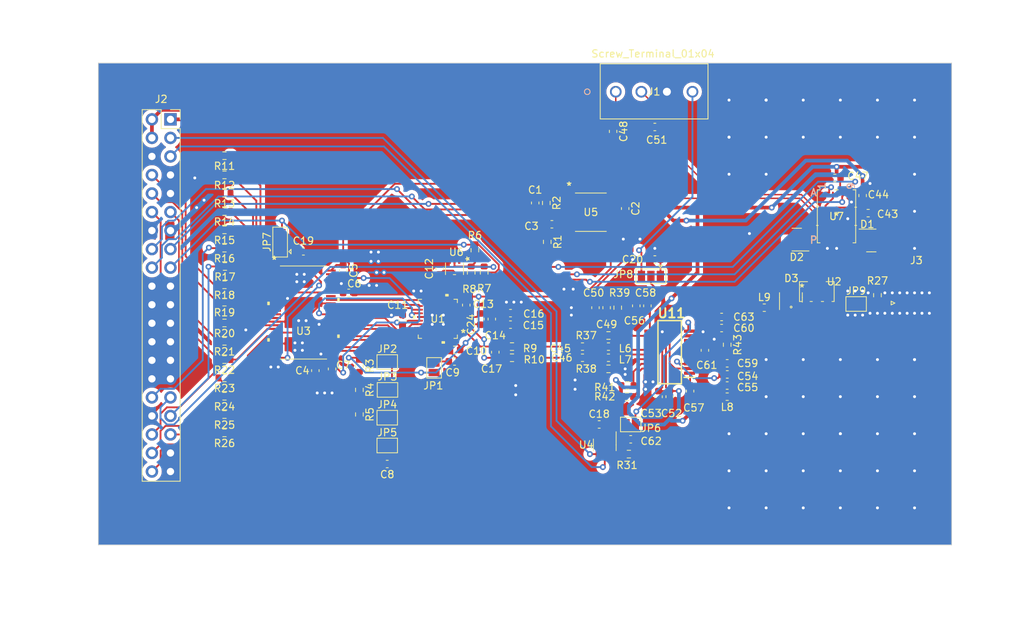
<source format=kicad_pcb>
(kicad_pcb (version 20221018) (generator pcbnew)
  (layers (0 "F.Cu" power) (31 "B.Cu" power) (34 "B.Paste" user) (35 "F.Paste" user) (36 "B.SilkS" user "B.Silkscreen") (37 "F.SilkS" user "F.Silkscreen") (38 "B.Mask" user) (39 "F.Mask" user) (44 "Edge.Cuts" user))
  (net 0 "")
  (net 1 "VCC")
  (net 2 "GND")
  (net 3 "VDD")
  (net 4 "Net-(U5-SENSE{slash}ADJ)")
  (net 5 "Net-(U5-BYP)")
  (net 6 "Net-(JP2-B)")
  (net 7 "Net-(JP1-B)")
  (net 8 "Net-(C13-Pad1)")
  (net 9 "Net-(C13-Pad2)")
  (net 10 "Net-(U1-AIN+)")
  (net 11 "Net-(U1-AIN-)")
  (net 12 "+3.3V")
  (net 13 "Net-(JP7-A)")
  (net 14 "Net-(JP8-A)")
  (net 15 "+5V")
  (net 16 "/TO_ADC_H")
  (net 17 "/TO_ADC_L")
  (net 18 "/HV_P")
  (net 19 "/HV_N")
  (net 20 "/TO_LON")
  (net 21 "Net-(D1-A)")
  (net 22 "Net-(D2-A)")
  (net 23 "Net-(D3-A)")
  (net 24 "/TO_VIP")
  (net 25 "/VCM")
  (net 26 "/SDA")
  (net 27 "/SCL")
  (net 28 "/D2")
  (net 29 "/D3")
  (net 30 "/D5")
  (net 31 "/D6")
  (net 32 "/PULSE_A")
  (net 33 "/PULSE_B")
  (net 34 "/PULSE_C")
  (net 35 "/CLK")
  (net 36 "/D0")
  (net 37 "/D1")
  (net 38 "/D7")
  (net 39 "/D4")
  (net 40 "/D8")
  (net 41 "/D9")
  (net 42 "Net-(J3-In)")
  (net 43 "Net-(JP3-A)")
  (net 44 "Net-(JP4-A)")
  (net 45 "/V_GAIN")
  (net 46 "Net-(JP7-C)")
  (net 47 "Net-(U3-O0)")
  (net 48 "Net-(U3-O1)")
  (net 49 "Net-(U3-O2)")
  (net 50 "Net-(U3-O3)")
  (net 51 "Net-(U3-O4)")
  (net 52 "Net-(U3-O5)")
  (net 53 "Net-(U3-O6)")
  (net 54 "Net-(U3-O7)")
  (net 55 "Net-(U3-O8)")
  (net 56 "Net-(U3-O9)")
  (net 57 "Net-(U3-O10)")
  (net 58 "Net-(U3-O11)")
  (net 59 "Net-(U3-O12)")
  (net 60 "Net-(U3-O13)")
  (net 61 "Net-(U3-O14)")
  (net 62 "Net-(U3-O15)")
  (net 63 "Net-(U4-A0)")
  (net 64 "Net-(U1-CLK)")
  (net 69 "Net-(U1-D0)")
  (net 70 "Net-(U1-D1)")
  (net 71 "Net-(U1-D2)")
  (net 72 "Net-(U1-D3)")
  (net 73 "Net-(U1-D4)")
  (net 74 "Net-(U1-D5)")
  (net 75 "Net-(U1-D6)")
  (net 76 "Net-(U1-D7)")
  (net 77 "Net-(U1-D8)")
  (net 78 "Net-(U1-D9)")
  (net 79 "Net-(U1-OF)")
  (net 86 "Net-(U7-VSS)")
  (net 87 "Net-(JP8-C)")
  (net 88 "Net-(JP6-B)")
  (net 89 "Net-(U7-DP1)")
  (net 90 "Net-(U7-DP2)")
  (net 91 "Net-(JP9-A)")
  (net 92 "Net-(U11-VPSL)")
  (net 93 "Net-(U11-VOL)")
  (net 94 "Net-(U11-VOH)")
  (net 95 "Net-(U11-VIN)")
  (net 96 "Net-(U11-RCLMP)")
  (net 97 "Net-(U11-LMD)")
  (net 98 "Net-(U11-INH)")
  (net 99 "Net-(U11-ENBV)")
  (net 100 "Net-(U11-ENBL)")
  (net 101 "Net-(D1-K-Pad3)")
  (net 102 "Net-(C63-Pad1)")
  (net 103 "Net-(C60-Pad2)")
  (net 104 "Net-(C46-Pad2)")
  (net 105 "Net-(C45-Pad2)")
  (footprint "Capacitor_SMD:C_0603_1608Metric" (layer "F.Cu") (at 139.192 89.408 90)
    (fp_text reference "C50")
    (fp_text value "1nF")
  )
  (footprint "Resistor_SMD:R_0603_1608Metric" (layer "F.Cu") (at 88.395 68.58 180)
    (fp_text reference "R11")
    (fp_text value "33" hide)
  )
  (footprint "LTC2236:LTC2236IUH-PBF" (layer "F.Cu") (at 117.602 90.932 180)
    (fp_text reference "U1")
    (fp_text value "LTC2236IUH-PBF" hide)
  )
  (footprint "Capacitor_SMD:C_0603_1608Metric" (layer "F.Cu") (at 130.937 75.057 -90)
    (fp_text reference "C1")
    (fp_text value "10uF")
  )
  (footprint "Jumper:SolderJumper-2_P1.3mm_Open_Pad1.0x1.5mm" (layer "F.Cu") (at 110.7138 100.6716)
    (fp_text reference "JP3")
    (fp_text value "Jumper_2_Open" hide)
  )
  (footprint "Inductor_SMD:L_0603_1608Metric" (layer "F.Cu") (at 140.97 96.266)
    (fp_text reference "L7")
    (fp_text value "100nH" hide)
  )
  (footprint "Resistor_SMD:R_0603_1608Metric" (layer "F.Cu") (at 88.395 94.01 180)
    (fp_text reference "R21")
    (fp_text value "33" hide)
  )
  (footprint "Capacitor_SMD:C_0603_1608Metric" (layer "F.Cu") (at 121.4984 89.0514 -90)
    (fp_text reference "C24")
    (fp_text value "0.1u" hide)
  )
  (footprint "Capacitor_SMD:C_0603_1608Metric" (layer "F.Cu") (at 110.678 110.8316 180)
    (fp_text reference "C8")
    (fp_text value "0.1u")
  )
  (footprint "INVERTER:NC7SVU04P5X" (layer "F.Cu") (at 119.888 84.074 -90)
    (fp_text reference "U6")
    (fp_text value "NC7SVU04P5X" hide)
  )
  (footprint "screwConn3:1751264" (layer "F.Cu") (at 141.970999 59.817)
    (fp_text reference "J1")
    (fp_text value "Screw_Terminal_01x04")
  )
  (footprint "Inductor_SMD:L_0603_1608Metric" (layer "F.Cu") (at 141.605 65.25 -90)
    (fp_text reference "C48")
    (fp_text value "100nF")
  )
  (footprint "Connector_Coaxial:SMA_Amphenol_132289_EdgeMount" (layer "F.Cu") (at 183.388 88.773)
    (fp_text reference "J3")
    (fp_text value "Conn_Coaxial")
  )
  (footprint "Resistor_SMD:R_0603_1608Metric" (layer "F.Cu") (at 88.395 104.05 180)
    (fp_text reference "R25")
    (fp_text value "33" hide)
  )
  (footprint "Jumper:SolderJumper-2_P1.3mm_Open_Pad1.0x1.5mm" (layer "F.Cu") (at 117.094 97.648 90)
    (fp_text reference "JP1")
    (fp_text value "Jumper_2_Bridged" hide)
  )
  (footprint "Capacitor_SMD:C_0603_1608Metric" (layer "F.Cu") (at 117.856 84.074 90)
    (fp_text reference "C12")
    (fp_text value "4.7u" hide)
  )
  (footprint "Resistor_SMD:R_0603_1608Metric" (layer "F.Cu") (at 140.97 93.218)
    (fp_text reference "R37")
    (fp_text value "100" hide)
  )
  (footprint "Resistor_SMD:R_0603_1608Metric" (layer "F.Cu") (at 88.395 81.25 180)
    (fp_text reference "R16")
    (fp_text value "33" hide)
  )
  (footprint "Capacitor_SMD:C_0603_1608Metric" (layer "F.Cu") (at 100.838 98.031 -90)
    (fp_text reference "C4")
    (fp_text value "0.1u")
  )
  (footprint "Resistor_SMD:R_0603_1608Metric" (layer "F.Cu") (at 143.764 109.474)
    (fp_text reference "R31")
    (fp_text value "10K" hide)
  )
  (footprint "Capacitor_SMD:C_0603_1608Metric" (layer "F.Cu") (at 104.648 84.328 -90)
    (fp_text reference "C5")
    (fp_text value "0.1u")
  )
  (footprint "Capacitor_SMD:C_0603_1608Metric" (layer "F.Cu") (at 139.7 105.41)
    (fp_text reference "C18")
    (fp_text value "0.1uF" hide)
  )
  (footprint "Resistor_SMD:R_0603_1608Metric" (layer "F.Cu") (at 88.395 91.5 180)
    (fp_text reference "R20")
    (fp_text value "33" hide)
  )
  (footprint "Capacitor_SMD:C_0603_1608Metric" (layer "F.Cu") (at 119.888 95.1852)
    (fp_text reference "C10")
    (fp_text value "0.1u" hide)
  )
  (footprint "Capacitor_SMD:C_0603_1608Metric" (layer "F.Cu") (at 152.146 100.838 -90)
    (fp_text reference "C57")
    (fp_text value "100nF" hide)
  )
  (footprint "Capacitor_SMD:C_0603_1608Metric" (layer "F.Cu") (at 146.304 89.154 90)
    (fp_text reference "C58")
    (fp_text value "100nF" hide)
  )
  (footprint "Capacitor_SMD:C_0603_1608Metric" (layer "F.Cu") (at 154.178 95.25 90)
    (fp_text reference "C61")
    (fp_text value "100nF" hide)
  )
  (footprint "Capacitor_SMD:C_0603_1608Metric" (layer "F.Cu") (at 133.223 77.978)
    (fp_text reference "C3")
    (fp_text value "0.01u")
  )
  (footprint "Jumper:SolderJumper-3_P1.3mm_Open_Pad1.0x1.5mm" (layer "F.Cu") (at 146.782 85.09 180)
    (fp_text reference "JP8")
    (fp_text value "Jumper_3_Bridged12" hide)
  )
  (footprint "Resistor_SMD:R_0603_1608Metric" (layer "F.Cu") (at 88.395 76.23 180)
    (fp_text reference "R14")
    (fp_text value "33" hide)
  )
  (footprint "Connector_PinSocket_2.54mm:PinSocket_2x20_P2.54mm_Vertical" (layer "F.Cu") (at 81 63.6)
    (fp_text reference "J2")
    (fp_text value "Raspberry_Pi_2_3")
  )
  (footprint "Jumper:SolderJumper-2_P1.3mm_Open_Pad1.0x1.5mm" (layer "F.Cu") (at 174.879 88.9)
    (fp_text reference "JP9")
    (fp_text value "Jumper_2_Open" hide)
  )
  (footprint "Resistor_SMD:R_0603_1608Metric" (layer "F.Cu") (at 143.51 101.6 180)
    (fp_text reference "R42")
    (fp_text value "280" hide)
  )
  (footprint "Resistor_SMD:R_0603_1608Metric" (layer "F.Cu") (at 88.395 106.56 180)
    (fp_text reference "R26")
    (fp_text value "33" hide)
  )
  (footprint "Capacitor_SMD:C_0603_1608Metric" (layer "F.Cu") (at 105.41 87.376)
    (fp_text reference "C6")
    (fp_text value "0.1u")
  )
  (footprint "Resistor_SMD:R_0603_1608Metric" (layer "F.Cu") (at 123.952 84.582 -90)
    (fp_text reference "R7")
    (fp_text value "1k" hide)
  )
  (footprint "Resistor_SMD:R_0603_1608Metric" (layer "F.Cu") (at 157.226 94.488 -90)
    (fp_text reference "R43")
    (fp_text value "280" hide)
  )
  (footprint "Capacitor_SMD:C_0603_1608Metric" (layer "F.Cu") (at 127.5566 90.156)
    (fp_text reference "C16")
    (fp_text value "1u" hide)
  )
  (footprint "Capacitor_SMD:C_0603_1608Metric" (layer "F.Cu") (at 99.1994 81.6864)
    (fp_text reference "C19")
    (fp_text value "0.1u" hide)
  )
  (footprint "Resistor_SMD:R_0603_1608Metric" (layer "F.Cu") (at 88.395 71.21 180)
    (fp_text reference "R12")
    (fp_text value "33" hide)
  )
  (footprint "Capacitor_SMD:C_0603_1608Metric" (layer "F.Cu") (at 127.5566 91.7308)
    (fp_text reference "C15")
    (fp_text value "1u" hide)
  )
  (footprint "MDO100:MD0100N8-G" (layer "F.Cu") (at 169.499 87.1982)
    (fp_text reference "U2")
    (fp_text value "MD0100N8-G" hide)
  )
  (footprint "Resistor_SMD:R_0603_1608Metric" (layer "F.Cu") (at 140.97 97.79)
    (fp_text reference "R38")
    (fp_text value "100" hide)
  )
  (footprint "Capacitor_SMD:C_0603_1608Metric" (layer "F.Cu") (at 147.32 64.643)
    (fp_text reference "C51")
    (fp_text value "100nF")
  )
  (footprint "Resistor_SMD:R_0603_1608Metric" (layer "F.Cu") (at 143.573 100.076 180)
    (fp_text reference "R41")
    (fp_text value "280" hide)
  )
  (footprint "Capacitor_SMD:C_0603_1608Metric" (layer "F.Cu") (at 143.256 75.819 -90)
    (fp_text reference "C2")
    (fp_text value "1u")
  )
  (footprint "Capacitor_SMD:C_0603_1608Metric" (layer "F.Cu") (at 144.78 89.154 90)
    (fp_text reference "C56")
    (fp_text value "1nF" hide)
  )
  (footprint "Resistor_SMD:R_0603_1608Metric" (layer "F.Cu") (at 88.395 96.52 180)
    (fp_text reference "R22")
    (fp_text value "33" hide)
  )
  (footprint "Package_TO_SOT_SMD:SOT-23" (layer "F.Cu") (at 166.751 80.076 180)
    (fp_text reference "D2")
    (fp_text value "BAV99")
  )
  (footprint "Resistor_SMD:R_0603_1608Metric" (layer "F.Cu") (at 88.395 99.03 180)
    (fp_text reference "R23")
    (fp_text value "33" hide)
  )
  (footprint "Capacitor_SMD:C_0603_1608Metric" (layer "F.Cu") (at 157.226 100.076)
    (fp_text reference "C55")
    (fp_text value "100nF" hide)
  )
  (footprint "Capacitor_SMD:C_0603_1608Metric" (layer "F.Cu") (at 119.888 96.774)
    (fp_text reference "C9")
    (fp_text value "0.1u" hide)
  )
  (footprint "Inductor_SMD:L_0603_1608Metric" (layer "F.Cu") (at 140.97 94.742)
    (fp_text reference "L6")
    (fp_text value "100nH" hide)
  )
  (footprint "Capacitor_SMD:C_0603_1608Metric" (layer "F.Cu") (at 144.018 107.442 180)
    (fp_text reference "C62")
    (fp_text value "1nF" hide)
  )
  (footprint "Package_TO_SOT_SMD:SOT-23" (layer "F.Cu") (at 165.95 88 90)
    (fp_text reference "D3")
    (fp_text value "BAV99")
  )
  (footprint "Capacitor_SMD:C_0603_1608Metric" (layer "F.Cu") (at 125.0036 90.9688 90)
    (fp_text reference "C14")
    (fp_text value "2.2u" hide)
  )
  (footprint "Jumper:SolderJumper-2_P1.3mm_Open_Pad1.0x1.5mm" (layer "F.Cu") (at 110.678 96.8616)
    (fp_text reference "JP2")
    (fp_text value "Jumper_2_Bridged" hide)
  )
  (footprint "Latch:74VCX16373MTD" (layer "F.Cu") (at 99.2124 90.0684)
    (fp_text reference "U3")
    (fp_text value "74VCX16373MTD" hide)
  )
  (footprint "Resistor_SMD:R_0603_1608Metric" (layer "F.Cu") (at 88.395 86.27 180)
    (fp_text reference "R18")
    (fp_text value "33" hide)
  )
  (footprint "Jumper:SolderJumper-2_P1.3mm_Open_Pad1.0x1.5mm" (layer "F.Cu") (at 144.018 105.41)
    (fp_text reference "JP6")
    (fp_text value "Jumper_2_Bridged" hide)
  )
  (footprint "Resistor_SMD:R_0603_1608Metric" (layer "F.Cu") (at 122.682 81.534 -90)
    (fp_text reference "R6")
    (fp_text value "1k" hide)
  )
  (footprint "Inductor_SMD:L_0603_1608Metric" (layer "F.Cu") (at 176.53 76.454)
    (fp_text reference "C43")
    (fp_text value "100nF")
  )
  (footprint "Resistor_SMD:R_0603_1608Metric" (layer "F.Cu") (at 177.8 87.694 -90)
    (fp_text reference "R27")
    (fp_text value "72")
  )
  (footprint "Resistor_SMD:R_0603_1608Metric" (layer "F.Cu") (at 122.174 84.582 -90)
    (fp_text reference "R8")
    (fp_text value "49.9" hide)
  )
  (footprint "VCCsup:LT1763IS8-3.3-PBF" (layer "F.Cu") (at 138.557 76.327)
    (fp_text reference "U5")
    (fp_text value "LT1763IS8-3.3-PBF" hide)
  )
  (footprint "Capacitor_SMD:C_0603_1608Metric" (layer "F.Cu") (at 147.828 101.613 -90)
    (fp_text reference "C53")
    (fp_text value "100nF" hide)
  )
  (footprint "Capacitor_SMD:C_0603_1608Metric" (layer "F.Cu") (at 149.352 101.6 -90)
    (fp_text reference "C52")
    (fp_text value "1nF" hide)
  )
  (footprint "Resistor_SMD:R_0603_1608Metric" (layer "F.Cu") (at 88.455 83.76 180)
    (fp_text reference "R17")
    (fp_text value "33" hide)
  )
  (footprint "Package_TO_SOT_SMD:SOT-23-6" (layer "F.Cu") (at 140.462 108.204 -90)
    (fp_text reference "U4")
    (fp_text value "MCP4725xxx-xCH" hide)
  )
  (footprint "Inductor_SMD:L_0603_1608Metric" (layer "F.Cu") (at 162.306 89.408)
    (fp_text reference "L9")
    (fp_text value "100nH" hide)
  )
  (footprint "Resistor_SMD:R_0603_1608Metric" (layer "F.Cu") (at 88.395 73.72 180)
    (fp_text reference "R13")
    (fp_text value "33" hide)
  )
  (footprint "Inductor_SMD:L_0603_1608Metric" (layer "F.Cu") (at 137.414 96.266)
    (fp_text reference "C46")
    (fp_text value "100nF" hide)
  )
  (footprint "Inductor_SMD:L_0603_1608Metric" (layer "F.Cu") (at 137.414 94.742)
    (fp_text reference "C45")
    (fp_text value "100nF" hide)
  )
  (footprint "Capacitor_SMD:C_0603_1608Metric" (layer "F.Cu") (at 157.239 98.552)
    (fp_text reference "C54")
    (fp_text value "1nF" hide)
  )
  (footprint "HV7361:HV7361GA-G" (layer "F.Cu") (at 172.196 76.887)
    (fp_text reference "U7")
    (fp_text value "HV7361GA-G" hide)
  )
  (footprint "Resistor_SMD:R_0603_1608Metric" (layer "F.Cu") (at 88.392 88.646 180)
    (fp_text reference "R19")
    (fp_text value "33" hide)
  )
  (footprint "Capacitor_SMD:C_0603_1608Metric" (layer "F.Cu") (at 147.32 82.804 180)
    (fp_text reference "C20")
    (fp_text value "0.1u" hide)
  )
  (footprint "Resistor_SMD:R_0603_1608Metric" (layer "F.Cu") (at 88.395 101.54 180)
    (fp_text reference "R24")
    (fp_text value "33" hide)
  )
  (footprint "Capacitor_SMD:C_0603_1608Metric" (layer "F.Cu") (at 103.124 97.803 -90)
    (fp_text reference "C7")
    (fp_text value "0.1u")
  )
  (footprint "Resistor_SMD:R_0603_1608Metric" (layer "F.Cu") (at 142.24 89.408 90)
    (fp_text reference "R39")
    (fp_text value "11k")
  )
  (footprint "Inductor_SMD:L_0603_1608Metric" (layer "F.Cu") (at 157.226 101.6 180)
    (fp_text reference "L8")
    (fp_text value "100nH" hide)
  )
  (footprint "Capacitor_SMD:C_0603_1608Metric" (layer "F.Cu") (at 156.464 90.678 180)
    (fp_text reference "C63")
    (fp_text value "100nF" hide)
  )
  (footprint "Capacitor_SMD:C_0603_1608Metric" (layer "F.Cu") (at 125.476 95.504 -90)
    (fp_text reference "C17")
    (fp_text value "2.2u" hide)
  )
  (footprint "Resistor_SMD:R_0603_1608Metric" (layer "F.Cu") (at 127.762 94.742 180)
    (fp_text reference "R9")
    (fp_text value "1k" hide)
  )
  (footprint "Jumper:SolderJumper-3_P1.3mm_Open_Pad1.0x1.5mm" (layer "F.Cu") (at 96.012 80.4164 90)
    (fp_text reference "JP7")
    (fp_text value "Jumper_3_Bridged12" hide)
  )
  (footprint "Inductor_SMD:L_0603_1608Metric" (layer "F.Cu") (at 171.958 71.628 180)
    (fp_text reference "C47")
    (fp_text value "100nF")
  )
  (footprint "Resistor_SMD:R_0603_1608Metric" (layer "F.Cu") (at 132.461 75.057 -90)
    (fp_text reference "R2")
    (fp_text value "105K")
  )
  (footprint "Resistor_SMD:R_0603_1608Metric" (layer "F.Cu") (at 106.868 100.6716 -90)
    (fp_text reference "R4")
    (fp_text value "1K" hide)
  )
  (footprint "Resistor_SMD:R_0603_1608Metric" (layer "F.Cu") (at 106.868 104.0366 -90)
    (fp_text reference "R5")
    (fp_text value "1K" hide)
  )
  (footprint "Resistor_SMD:R_0603_1608Metric" (layer "F.Cu") (at 88.395 78.74 180)
    (fp_text reference "R15")
    (fp_text value "33" hide)
  )
  (footprint "Capacitor_SMD:C_0603_1608Metric" (layer "F.Cu") (at 157.226 97.028)
    (fp_text reference "C59")
    (fp_text value "100nF" hide)
  )
  (footprint "AD8331:SOP64P600X175-20N" (layer "F.Cu") (at 149.352 95.504 180)
    (fp_text reference "U11")
    (fp_text value "AD8331ARQZ" hide)
  )
  (footprint "Capacitor_SMD:C_0603_1608Metric" (layer "F.Cu") (at 123.4288 90.9688 90)
    (fp_text reference "C13")
    (fp_text value "0.1u" hide)
  )
  (footprint "Capacitor_SMD:C_0603_1608Metric" (layer "F.Cu") (at 112.776 91.186 90)
    (fp_text reference "C11")
    (fp_text value "0.1u" hide)
  )
  (footprint "Inductor_SMD:L_0603_1608Metric" (layer "F.Cu") (at 175.768 74.041 90)
    (fp_text reference "C44")
    (fp_text value "100nF")
  )
  (footprint "Capacitor_SMD:C_0603_1608Metric" (layer "F.Cu") (at 156.464 92.202)
    (fp_text reference "C60")
    (fp_text value "18nF" hide)
  )
  (footprint "Package_TO_SOT_SMD:SOT-23" (layer "F.Cu") (at 176.9595 80.198)
    (fp_text reference "D1")
    (fp_text value "BAV99")
  )
  (footprint "Jumper:SolderJumper-2_P1.3mm_Open_Pad1.0x1.5mm" (layer "F.Cu") (at 110.678 104.4816)
    (fp_text reference "JP4")
    (fp_text value "Jumper_2_Open" hide)
  )
  (footprint "Resistor_SMD:R_0603_1608Metric" (layer "F.Cu") (at 106.868 97.3696 -90)
    (fp_text reference "R3")
    (fp_text value "1K" hide)
  )
  (footprint "Jumper:SolderJumper-2_P1.3mm_Open_Pad1.0x1.5mm" (layer "F.Cu") (at 110.678 108.2916)
    (fp_text reference "JP5")
    (fp_text value "Jumper_2_Open" hide)
  )
  (footprint "Resistor_SMD:R_0603_1608Metric" (layer "F.Cu") (at 127.762 96.266 180)
    (fp_text reference "R10")
    (fp_text value "1k" hide)
  )
  (footprint "Resistor_SMD:R_0603_1608Metric" (layer "F.Cu") (at 132.588 80.391 -90)
    (fp_text reference "R1")
    (fp_text value "100K")
  )
  (footprint "Inductor_SMD:L_0603_1608Metric" (layer "F.Cu") (at 140.716 89.408 90)
    (fp_text reference "C49")
    (fp_text value "100nF")
  )
  (gr_line (start 71.12 55.88) (end 187.96 55.88) (stroke (width 0.1)) (layer "Edge.Cuts"))
  (gr_line (start 71.12 55.88) (end 71.12 121.92) (stroke (width 0.1)) (layer "Edge.Cuts"))
  (gr_line (start 71.12 121.92) (end 187.96 121.92) (stroke (width 0.1)) (layer "Edge.Cuts"))
  (gr_line (start 187.96 121.92) (end 187.96 55.88) (stroke (width 0.1)) (layer "Edge.Cuts"))
  (segment (start 105.448 85.344) (end 105.448 86.563) (width 0.25) (layer "F.Cu") (net 1))
  (segment (start 102.9589 87.3184) (end 95.4659 87.3184) (width 0.25) (layer "F.Cu") (net 1))
  (segment (start 104.648 82.55) (end 105.448 83.35) (width 0.25) (layer "F.Cu") (net 1))
  (segment (start 104.394 98.298) (end 103.124 97.028) (width 0.25) (layer "F.Cu") (net 1))
  (segment (start 112.543598 91.961) (end 112.018299 91.435701) (width 0.25) (layer "F.Cu") (net 1))
  (segment (start 104.648 79.492695) (end 104.648 82.55) (width 0.25) (layer "F.Cu") (net 1))
  (segment (start 104.5774 87.3184) (end 102.9589 87.3184) (width 0.25) (layer "F.Cu") (net 1))
  (segment (start 103.124 97.028) (end 101.066 97.028) (width 0.25) (layer "F.Cu") (net 1))
  (segment (start 100.838 97.256) (end 100.838 93.989199) (width 0.25) (layer "F.Cu") (net 1))
  (segment (start 112.776 91.961) (end 112.543598 91.961) (width 0.25) (layer "F.Cu") (net 1))
  (segment (start 104.648 82.55) (end 104.648 83.553) (width 0.25) (layer "F.Cu") (net 1))
  (segment (start 104.648 83.553) (end 103.724299 83.553) (width 0.25) (layer "F.Cu") (net 1))
  (segment (start 100.838 93.989199) (end 102.008799 92.8184) (width 0.25) (layer "F.Cu") (net 1))
  (segment (start 104.635 87.376) (end 104.5774 87.3184) (width 0.25) (layer "F.Cu") (net 1))
  (segment (start 101.066 97.028) (end 100.838 97.256) (width 0.25) (layer "F.Cu") (net 1))
  (segment (start 103.124 97.028) (end 103.124 95.983499) (width 0.25) (layer "F.Cu") (net 1))
  (segment (start 113.555 91.182) (end 115.1496 91.182) (width 0.25) (layer "F.Cu") (net 1))
  (segment (start 103.124 95.983499) (end 102.9589 95.818399) (width 0.25) (layer "F.Cu") (net 1))
  (segment (start 105.448 83.35) (end 105.448 85.344) (width 0.25) (layer "F.Cu") (net 1))
  (segment (start 131.077 74.422) (end 135.83285 74.422) (width 0.25) (layer "F.Cu") (net 1))
  (segment (start 112.776 91.961) (end 113.555 91.182) (width 0.25) (layer "F.Cu") (net 1))
  (segment (start 105.448 86.563) (end 104.635 87.376) (width 0.25) (layer "F.Cu") (net 1))
  (segment (start 102.9589 92.8184) (end 95.4659 92.8184) (width 0.25) (layer "F.Cu") (net 1))
  (segment (start 104.648 98.298) (end 104.394 98.298) (width 0.25) (layer "F.Cu") (net 1))
  (segment (start 102.008799 92.8184) (end 102.9589 92.8184) (width 0.25) (layer "F.Cu") (net 1))
  (segment (start 103.724299 83.553) (end 102.9589 84.318399) (width 0.25) (layer "F.Cu") (net 1))
  (segment (start 130.937 74.282) (end 129.082 72.427) (width 0.25) (layer "F.Cu") (net 1))
  (segment (start 107.442 85.344) (end 105.448 85.344) (width 0.25) (layer "F.Cu") (net 1))
  (segment (start 111.713695 72.427) (end 104.648 79.492695) (width 0.25) (layer "F.Cu") (net 1))
  (segment (start 130.937 74.282) (end 131.077 74.422) (width 0.25) (layer "F.Cu") (net 1))
  (segment (start 129.082 72.427) (end 111.713695 72.427) (width 0.25) (layer "F.Cu") (net 1))
  (via (at 112.018299 91.435701) (size 0.8) (drill 0.4) (layers "F.Cu" "B.Cu") (net 1))
  (via (at 107.442 85.344) (size 0.8) (drill 0.4) (layers "F.Cu" "B.Cu") (net 1))
  (via (at 104.648 98.298) (size 0.8) (drill 0.4) (layers "F.Cu" "B.Cu") (net 1))
  (segment (start 115.062 89.408) (end 110.998 85.344) (width 0.25) (layer "B.Cu") (net 1))
  (segment (start 104.648 96.002695) (end 104.648 98.298) (width 0.25) (layer "B.Cu") (net 1))
  (segment (start 110.998 85.344) (end 107.442 85.344) (width 0.25) (layer "B.Cu") (net 1))
  (segment (start 112.018299 91.435701) (end 109.214994 91.435701) (width 0.25) (layer "B.Cu") (net 1))
  (segment (start 115.062 91.186) (end 115.062 89.408) (width 0.25) (layer "B.Cu") (net 1))
  (segment (start 114.812299 91.435701) (end 115.062 91.186) (width 0.25) (layer "B.Cu") (net 1))
  (segment (start 109.214994 91.435701) (end 104.648 96.002695) (width 0.25) (layer "B.Cu") (net 1))
  (segment (start 112.018299 91.435701) (end 114.812299 91.435701) (width 0.25) (layer "B.Cu") (net 1))
  (segment (start 118.364 90.424) (end 118.11 90.424) (width 0.25) (layer "F.Cu") (net 2))
  (segment (start 119.113 95.224) (end 120.663 96.774) (width 0.25) (layer "F.Cu") (net 2))
  (segment (start 118.852 93.3844) (end 118.852 94.9242) (width 0.25) (layer "F.Cu") (net 2))
  (segment (start 117.098 90.682) (end 117.352 90.682) (width 0.25) (layer "F.Cu") (net 2))
  (segment (start 120.004001 89.2324) (end 119.3016 89.2324) (width 0.25) (layer "F.Cu") (net 2))
  (segment (start 101.6 94.727201) (end 101.6 95.758) (width 0.25) (layer "F.Cu") (net 2))
  (segment (start 95.4659 85.818401) (end 98.264401 85.818401) (width 0.25) (layer "F.Cu") (net 2))
  (segment (start 98.552 91.186) (end 98.4196 91.3184) (width 0.25) (layer "F.Cu") (net 2))
  (segment (start 155.448 94.615) (end 155.448 93.726) (width 0.25) (layer "F.Cu") (net 2))
  (segment (start 118.364 90.17) (end 118.364 90.424) (width 0.25) (layer "F.Cu") (net 2))
  (segment (start 119.113 95.1852) (end 119.113 95.224) (width 0.25) (layer "F.Cu") (net 2))
  (segment (start 98.264401 85.818401) (end 98.298 85.852) (width 0.25) (layer "F.Cu") (net 2))
  (segment (start 170.196 80.137) (end 167.283751 80.137) (width 0.25) (layer "F.Cu") (net 2))
  (segment (start 172.625 76.708) (end 172.554 76.637) (width 0.25) (layer "F.Cu") (net 2))
  (segment (start 118.352001 90.181999) (end 118.364 90.17) (width 0.25) (layer "F.Cu") (net 2))
  (segment (start 116.84 90.424) (end 117.098 90.682) (width 0.25) (layer "F.Cu") (net 2))
  (segment (start 147.722 98.289) (end 147.627 98.384) (width 0.25) (layer "F.Cu") (net 2))
  (segment (start 99.568 90.922695) (end 99.568 91.186) (width 0.25) (layer "F.Cu") (net 2))
  (segment (start 120.0544 89.182001) (end 120.592799 89.182001) (width 0.25) (layer "F.Cu") (net 2))
  (segment (start 147.627 96.464) (end 147.722 96.559) (width 0.25) (layer "F.Cu") (net 2))
  (segment (start 95.4659 91.3184) (end 92.451996 91.3184) (width 0.25) (layer "F.Cu") (net 2))
  (segment (start 172.625 76.708) (end 173.228 76.708) (width 0.25) (layer "F.Cu") (net 2))
  (segment (start 143.243 107.442) (end 143.243 107.937) (width 0.25) (layer "F.Cu") (net 2))
  (segment (start 173.696 74.382) (end 174.244 74.93) (width 0.25) (layer "F.Cu") (net 2))
  (segment (start 173.228 76.708) (end 173.736 77.216) (width 0.25) (layer "F.Cu") (net 2))
  (segment (start 146.637 99.139) (end 147.066 99.568) (width 0.25) (layer "F.Cu") (net 2))
  (segment (start 142.481 108.204) (end 141.215249 108.204) (width 0.25) (layer "F.Cu") (net 2))
  (segment (start 119.3016 89.2324) (end 117.602 90.932) (width 0.25) (layer "F.Cu") (net 2))
  (segment (start 154.813 95.25) (end 155.448 94.615) (width 0.25) (layer "F.Cu") (net 2))
  (segment (start 171.696 80.137) (end 172.196 80.137) (width 0.25) (layer "F.Cu") (net 2))
  (segment (start 170.516395 74.137) (end 170.196 73.816605) (width 0.25) (layer "F.Cu") (net 2))
  (segment (start 98.044 94.234) (end 97.959601 94.318399) (width 0.25) (layer "F.Cu") (net 2))
  (segment (start 172.689198 76.643802) (end 172.625 76.708) (width 0.25) (layer "F.Cu") (net 2))
  (segment (start 173.196 76.137) (end 172.625 76.708) (width 0.25) (layer "F.Cu") (net 2))
  (segment (start 102.008802 94.318399) (end 101.6 94.727201) (width 0.25) (layer "F.Cu") (net 2))
  (segment (start 92.451996 91.3184) (end 91.314396 92.456) (width 0.25) (layer "F.Cu") (net 2))
  (segment (start 170.696 74.137) (end 170.516395 74.137) (width 0.25) (layer "F.Cu") (net 2))
  (segment (start 104.3634 84.8184) (end 104.648 85.103) (width 0.25) (layer "F.Cu") (net 2))
  (segment (start 146.637 96.464) (end 147.627 96.464) (width 0.25) (layer "F.Cu") (net 2))
  (segment (start 102.9589 91.3184) (end 101.7216 91.3184) (width 0.25) (layer "F.Cu") (net 2))
  (segment (start 102.9589 84.8184) (end 104.3634 84.8184) (width 0.25) (layer "F.Cu") (net 2))
  (segment (start 120.0544 89.182001) (end 120.004001 89.2324) (width 0.25) (layer "F.Cu") (net 2))
  (segment (start 104.648 85.103) (end 104.648 85.852) (width 0.25) (layer "F.Cu") (net 2))
  (segment (start 153.924 92.71) (end 153.37 93.264) (width 0.25) (layer "F.Cu") (net 2))
  (segment (start 153.37 93.264) (end 152.067 93.264) (width 0.25) (layer "F.Cu") (net 2))
  (segment (start 120.592799 89.182001) (end 121.4984 88.2764) (width 0.25) (layer "F.Cu") (net 2))
  (segment (start 115.1496 90.682) (end 116.582 90.682) (width 0.25) (layer "F.Cu") (net 2))
  (segment (start 104.106401 85.818401) (end 102.9589 85.818401) (width 0.25) (layer "F.Cu") (net 2))
  (segment (start 118.852 94.9242) (end 119.113 95.1852) (width 0.25) (layer "F.Cu") (net 2))
  (segment (start 143.243 107.937) (end 144.589 109.283) (width 0.25) (layer "F.Cu") (net 2))
  (segment (start 143.243 107.442) (end 142.481 108.204) (width 0.25) (layer "F.Cu") (net 2))
  (segment (start 95.4659 88.8184) (end 96.3476 88.8184) (width 0.25) (layer "F.Cu") (net 2))
  (segment (start 118.852 92.182) (end 118.364 91.694) (width 0.25) (layer "F.Cu") (net 2))
  (segment (start 118.364 91.694) (end 118.364 91.694) (width 0.25) (layer "F.Cu") (net 2))
  (segment (start 146.637 98.384) (end 146.637 99.139) (width 0.25) (layer "F.Cu") (net 2))
  (segment (start 172.554 76.637) (end 171.696 76.637) (width 0.25) (layer "F.Cu") (net 2))
  (segment (start 98.4196 91.3184) (end 95.4659 91.3184) (width 0.25) (layer "F.Cu") (net 2))
  (segment (start 144.589 109.283) (end 144.589 109.474) (width 0.25) (layer "F.Cu") (net 2))
  (segment (start 170.196 73.816605) (end 170.196 73.637) (width 0.25) (layer "F.Cu") (net 2))
  (segment (start 97.959601 94.318399) (end 95.4659 94.318399) (width 0.25) (layer "F.Cu") (net 2))
  (segment (start 173.696 74.137) (end 173.696 74.382) (width 0.25) (layer "F.Cu") (net 2))
  (segment (start 110.028 110.7066) (end 110.028 108.2916) (width 0.25) (layer "F.Cu") (net 2))
  (segment (start 118.11 90.424) (end 117.602 90.932) (width 0.25) (layer "F.Cu") (net 2))
  (segment (start 144.582 96.464) (end 143.256 97.79) (width 0.25) (layer "F.Cu") (net 2))
  (segment (start 166.394751 79.248) (end 160.274 79.248) (width 0.25) (layer "F.Cu") (net 2))
  (segment (start 146.637 96.464) (end 144.582 96.464) (width 0.25) (layer "F.Cu") (net 2))
  (segment (start 117.856 83.299) (end 118.901751 83.299) (width 0.25) (layer "F.Cu") (net 2))
  (segment (start 140.462 107.450751) (end 140.462 107.0665) (width 0.25) (layer "F.Cu") (net 2))
  (segment (start 147.722 96.559) (end 147.722 98.289) (width 0.25) (layer "F.Cu") (net 2))
  (segment (start 141.215249 108.204) (end 140.462 107.450751) (width 0.25) (layer "F.Cu") (net 2))
  (segment (start 102.9589 94.318399) (end 102.008802 94.318399) (width 0.25) (layer "F.Cu") (net 2))
  (segment (start 167.283751 80.137) (end 166.394751 79.248) (width 0.25) (layer "F.Cu") (net 2))
  (segment (start 118.852 93.3844) (end 118.852 92.182) (width 0.25) (layer "F.Cu") (net 2))
  (segment (start 118.852 88.4796) (end 118.852 89.682) (width 0.25) (layer "F.Cu") (net 2))
  (segment (start 101.672295 88.8184) (end 99.568 90.922695) (width 0.25) (layer "F.Cu") (net 2))
  (segment (start 152.067 95.184) (end 152.133 95.25) (width 0.25) (layer "F.Cu") (net 2))
  (segment (start 152.133 95.25) (end 154.813 95.25) (width 0.25) (layer "F.Cu") (net 2))
  (segment (start 118.352001 88.4796) (end 118.352001 90.181999) (width 0.25) (layer "F.Cu") (net 2))
  (segment (start 140.475 105.41) (end 140.475 107.0535) (width 0.25) (layer "F.Cu") (net 2))
  (segment (start 118.364 91.694) (end 117.602 90.932) (width 0.25) (layer "F.Cu") (net 2))
  (segment (start 102.9589 88.8184) (end 101.672295 88.8184) (width 0.25) (layer "F.Cu") (net 2))
  (segment (start 96.3476 88.8184) (end 97.028 88.138) (width 0.25) (layer "F.Cu") (net 2))
  (segment (start 104.394 86.106) (end 104.106401 85.818401) (width 0.25) (layer "F.Cu") (net 2))
  (segment (start 104.648 85.852) (end 104.394 86.106) (width 0.25) (layer "F.Cu") (net 2))
  (segment (start 118.364 91.694) (end 118.364 91.694) (width 0.25) (layer "F.Cu") (net 2))
  (segment (start 109.903 110.8316) (end 110.028 110.7066) (width 0.25) (layer "F.Cu") (net 2))
  (segment (start 101.7216 91.3184) (end 101.346 91.694) (width 0.25) (layer "F.Cu") (net 2))
  (segment (start 112.776 90.411) (end 111.265 90.411) (width 0.25) (layer "F.Cu") (net 2))
  (segment (start 140.475 107.0535) (end 140.462 107.0665) (width 0.25) (layer "F.Cu") (net 2))
  (segment (start 173.196 76.137) (end 172.689198 76.643802) (width 0.25) (layer "F.Cu") (net 2))
  (segment (start 118.852 89.682) (end 117.602 90.932) (width 0.25) (layer "F.Cu") (net 2))
  (segment (start 147.627 98.384) (end 146.637 98.384) (width 0.25) (layer "F.Cu") (net 2))
  (segment (start 117.352 90.682) (end 117.602 90.932) (width 0.25) (layer "F.Cu") (net 2))
  (segment (start 116.582 90.682) (end 116.84 90.424) (width 0.25) (layer "F.Cu") (net 2))
  (segment (start 111.265 90.411) (end 111.252 90.424) (width 0.25) (layer "F.Cu") (net 2))
  (segment (start 118.901751 83.299) (end 119.238001 82.96275) (width 0.25) (layer "F.Cu") (net 2))
  (via (at 143.256 97.79) (size 0.8) (drill 0.4) (layers "F.Cu" "B.Cu") (net 2))
  (via (at 143.256 98.552) (size 0.8) (drill 0.4) (layers "F.Cu" "B.Cu") (net 2))
  (via (at 135.89 90.424) (size 0.8) (drill 0.4) (layers "F.Cu" "B.Cu") (net 2))
  (via (at 98.298 85.852) (size 0.8) (drill 0.4) (layers "F.Cu" "B.Cu") (net 2))
  (via (at 172.72 116.84) (size 0.8) (drill 0.4) (layers "F.Cu" "B.Cu") (net 2))
  (via (at 162.56 60.96) (size 0.8) (drill 0.4) (layers "F.Cu" "B.Cu") (net 2))
  (via (at 176.53 87.376) (size 0.8) (drill 0.4) (layers "F.Cu" "B.Cu") (net 2))
  (via (at 172.72 60.96) (size 0.8) (drill 0.4) (layers "F.Cu" "B.Cu") (net 2))
  (via (at 172.72 101.6) (size 0.8) (drill 0.4) (layers "F.Cu" "B.Cu") (net 2))
  (via (at 162.56 71.12) (size 0.8) (drill 0.4) (layers "F.Cu" "B.Cu") (net 2))
  (via (at 157.48 111.76) (size 0.8) (drill 0.4) (layers "F.Cu" "B.Cu") (net 2))
  (via (at 172.72 111.76) (size 0.8) (drill 0.4) (layers "F.Cu" "B.Cu") (net 2))
  (via (at 170.942 81.28) (size 0.8) (drill 0.4) (layers "F.Cu" "B.Cu") (net 2))
  (via (at 162.56 60.96) (size 0.8) (drill 0.4) (layers "F.Cu" "B.Cu") (net 2))
  (via (at 127 88.646) (size 0.8) (drill 0.4) (layers "F.Cu" "B.Cu") (net 2))
  (via (at 182.88 96.52) (size 0.8) (drill 0.4) (layers "F.Cu" "B.Cu") (net 2))
  (via (at 153.924 92.71) (size 0.8) (drill 0.4) (layers "F.Cu" "B.Cu") (net 2))
  (via (at 167.64 101.6) (size 0.8) (drill 0.4) (layers "F.Cu" "B.Cu") (net 2))
  (via (at 109.22 84.582) (size 0.8) (drill 0.4) (layers "F.Cu" "B.Cu") (net 2))
  (via (at 162.56 66.04) (size 0.8) (drill 0.4) (layers "F.Cu" "B.Cu") (net 2))
  (via (at 182.88 90.17) (size 0.8) (drill 0.4) (layers "F.Cu" "B.Cu") (net 2))
  (via (at 181.864 87.376) (size 0.8) (drill 0.4) (layers "F.Cu" "B.Cu") (net 2))
  (via (at 135.89 89.408) (size 0.8) (drill 0.4) (layers "F.Cu" "B.Cu") (net 2))
  (via (at 148.336 92.71) (size 0.8) (drill 0.4) (layers "F.Cu" "B.Cu") (net 2))
  (via (at 143.002 80.01) (size 0.8) (drill 0.4) (layers "F.Cu" "B.Cu") (net 2))
  (via (at 178.816 90.17) (size 0.8) (drill 0.4) (layers "F.Cu" "B.Cu") (net 2))
  (via (at 175.768 87.122) (size 0.8) (drill 0.4) (layers "F.Cu" "B.Cu") (net 2))
  (via (at 177.8 101.6) (size 0.8) (drill 0.4) (layers "F.Cu" "B.Cu") (net 2))
  (via (at 128.016 88.646) (size 0.8) (drill 0.4) (layers "F.Cu" "B.Cu") (net 2))
  (via (at 182.88 81.28) (size 0.8) (drill 0.4) (layers "F.Cu" "B.Cu") (net 2))
  (via (at 129.032 88.646) (size 0.8) (drill 0.4) (layers "F.Cu" "B.Cu") (net 2))
  (via (at 167.64 96.52) (size 0.8) (drill 0.4) (layers "F.Cu" "B.Cu") (net 2))
  (via (at 162.56 116.84) (size 0.8) (drill 0.4) (layers "F.Cu" "B.Cu") (net 2))
  (via (at 179.832 90.17) (size 0.8) (drill 0.4) (layers "F.Cu" "B.Cu") (net 2))
  (via (at 101.092 101.092) (size 0.8) (drill 0.4) (layers "F.Cu" "B.Cu") (net 2))
  (via (at 98.044 94.234) (size 0.8) (drill 0.4) (layers "F.Cu" "B.Cu") (net 2))
  (via (at 183.896 90.17) (size 0.8) (drill 0.4) (layers "F.Cu" "B.Cu") (net 2))
  (via (at 108.458 81.788) (size 0.8) (drill 0.4) (layers "F.Cu" "B.Cu") (net 2))
  (via (at 109.22 86.36) (size 0.8) (drill 0.4) (layers "F.Cu" "B.Cu") (net 2))
  (via (at 167.64 111.76) (size 0.8) (drill 0.4) (layers "F.Cu" "B.Cu") (net 2))
  (via (at 98.552 91.186) (size 0.8) (drill 0.4) (layers "F.Cu" "B.Cu") (net 2))
  (via (at 111.252 90.424) (size 0.8) (drill 0.4) (layers "F.Cu" "B.Cu") (net 2))
  (via (at 182.88 106.68) (size 0.8) (drill 0.4) (layers "F.Cu" "B.Cu") (net 2))
  (via (at 157.48 66.04) (size 0.8) (drill 0.4) (layers "F.Cu" "B.Cu") (net 2))
  (via (at 177.8 116.84) (size 0.8) (drill 0.4) (layers "F.Cu" "B.Cu") (net 2))
  (via (at 108.204 86.36) (size 0.8) (drill 0.4) (layers "F.Cu" "B.Cu") (net 2))
  (via (at 182.88 116.84) (size 0.8) (drill 0.4) (layers "F.Cu" "B.Cu") (net 2))
  (via (at 173.736 77.216) (size 0.8) (drill 0.4) (layers "F.Cu" "B.Cu") (net 2))
  (via (at 118.364 90.424) (size 0.8) (drill 0.4) (layers "F.Cu" "B.Cu") (net 2))
  (via (at 95.758 97.536) (size 0.8) (drill 0.4) (layers "F.Cu" "B.Cu") (net 2))
  (via (at 94.742 97.536) (size 0.8) (drill 0.4) (layers "F.Cu" "B.Cu") (net 2))
  (via (at 157.48 71.12) (size 0.8) (drill 0.4) (layers "F.Cu" "B.Cu") (net 2))
  (via (at 103.124 101.092) (size 0.8) (drill 0.4) (layers "F.Cu" "B.Cu") (net 2))
  (via (at 180.848 90.17) (size 0.8) (drill 0.4) (layers "F.Cu" "B.Cu") (net 2))
  (via (at 146.05 99.568) (size 0.8) (drill 0.4) (layers "F.Cu" "B.Cu") (net 2))
  (via (at 184.912 87.376) (size 0.8) (drill 0.4) (layers "F.Cu" "B.Cu") (net 2))
  (via (at 176.784 72.39) (size 0.8) (drill 0.4) (layers "F.Cu" "B.Cu") (net 2))
  (via (at 116.84 90.424) (size 0.8) (drill 0.4) (layers "F.Cu" "B.Cu") (net 2))
  (via (at 136.398 100.584) (size 0.8) (drill 0.4) (layers "F.Cu" "B.Cu") (net 2))
  (via (at 134.874 86.868) (size 0.8) (drill 0.4) (layers "F.Cu" "B.Cu") (net 2))
  (via (at 181.864 90.17) (size 0.8) (drill 0.4) (layers "F.Cu" "B.Cu") (net 2))
  (via (at 110.236 84.582) (size 0.8) (drill 0.4) (layers "F.Cu" "B.Cu") (net 2))
  (via (at 178.816 87.376) (size 0.8) (drill 0.4) (layers "F.Cu" "B.Cu") (net 2))
  (via (at 182.88 66.04) (size 0.8) (drill 0.4) (layers "F.Cu" "B.Cu") (net 2))
  (via (at 147.066 99.568) (size 0.8) (drill 0.4) (layers "F.Cu" "B.Cu") (net 2))
  (via (at 172.212 81.28) (size 0.8) (drill 0.4) (layers "F.Cu" "B.Cu") (net 2))
  (via (at 182.88 87.376) (size 0.8) (drill 0.4) (layers "F.Cu" "B.Cu") (net 2))
  (via (at 172.72 106.68) (size 0.8) (drill 0.4) (layers "F.Cu" "B.Cu") (net 2))
  (via (at 101.6 95.758) (size 0.8) (drill 0.4) (layers "F.Cu" "B.Cu") (net 2))
  (via (at 173.736 87.122) (size 0.8) (drill 0.4) (layers "F.Cu" "B.Cu") (net 2))
  (via (at 99.06 94.234) (size 0.8) (drill 0.4) (layers "F.Cu" "B.Cu") (net 2))
  (via (at 84.328 71.628) (size 0.8) (drill 0.4) (layers "F.Cu" "B.Cu") (net 2))
  (via (at 173.736 90.424) (size 0.8) (drill 0.4) (layers "F.Cu" "B.Cu") (net 2))
  (via (at 172.72 66.04) (size 0.8) (drill 0.4) (layers "F.Cu" "B.Cu") (net 2))
  (via (at 145.288 80.01) (size 0.8) (drill 0.4) (layers "F.Cu" "B.Cu") (net 2))
  (via (at 172.72 106.68) (size 0.8) (drill 0.4) (layers "F.Cu" "B.Cu") (net 2))
  (via (at 98.298 84.836) (size 0.8) (drill 0.4) (layers "F.Cu" "B.Cu") (net 2))
  (via (at 177.8 106.68) (size 0.8) (drill 0.4) (layers "F.Cu" "B.Cu") (net 2))
  (via (at 99.314 84.836) (size 0.8) (drill 0.4) (layers "F.Cu" "B.Cu") (net 2))
  (via (at 157.48 106.68) (size 0.8) (drill 0.4) (layers "F.Cu" "B.Cu") (net 2))
  (via (at 184.912 90.17) (size 0.8) (drill 0.4) (layers "F.Cu" "B.Cu") (net 2))
  (via (at 182.88 101.6) (size 0.8) (drill 0.4) (layers "F.Cu" "B.Cu") (net 2))
  (via (at 136.398 99.314) (size 0.8) (drill 0.4) (layers "F.Cu" "B.Cu") (net 2))
  (via (at 85.598 74.676) (size 0.8) (drill 0.4) (layers "F.Cu" "B.Cu") (net 2))
  (via (at 115.316 87.122) (size 0.8) (drill 0.4) (layers "F.Cu" "B.Cu") (net 2))
  (via (at 182.88 96.52) (size 0.8) (drill 0.4) (layers "F.Cu" "B.Cu") (net 2))
  (via (at 162.56 96.52) (size 0.8) (drill 0.4) (layers "F.Cu" "B.Cu") (net 2))
  (via (at 157.48 66.04) (size 0.8) (drill 0.4) (layers "F.Cu" "B.Cu") (net 2))
  (via (at 174.244 74.93) (size 0.8) (drill 0.4) (layers "F.Cu" "B.Cu") (net 2))
  (via (at 167.64 116.84) (size 0.8) (drill 0.4) (layers "F.Cu" "B.Cu") (net 2))
  (via (at 114.3 87.122) (size 0.8) (drill 0.4) (layers "F.Cu" "B.Cu") (net 2))
  (via (at 128.27 101.346) (size 0.8) (drill 0.4) (layers "F.Cu" "B.Cu") (net 2))
  (via (at 84.582 75.692) (size 0.8) (drill 0.4) (layers "F.Cu" "B.Cu") (net 2))
  (via (at 183.896 87.376) (size 0.8) (drill 0.4) (layers "F.Cu" "B.Cu") (net 2))
  (via (at 167.64 60.96) (size 0.8) (drill 0.4) (layers "F.Cu" "B.Cu") (net 2))
  (via (at 108.458 83.058) (size 0.8) (drill 0.4) (layers "F.Cu" "B.Cu") (net 2))
  (via (at 109.474 83.058) (size 0.8) (drill 0.4) (layers "F.Cu" "B.Cu") (net 2))
  (via (at 182.88 111.76) (size 0.8) (drill 0.4) (layers "F.Cu" "B.Cu") (net 2))
  (via (at 179.832 87.376) (size 0.8) (drill 0.4) (layers "F.Cu" "B.Cu") (net 2))
  (via (at 177.8 90.17) (size 0.8) (drill 0.4) (layers "F.Cu" "B.Cu") (net 2))
  (via (at 116.84 91.694) (size 0.8) (drill 0.4) (layers "F.Cu" "B.Cu") (net 2))
  (via (at 175.768 90.424) (size 0.8) (drill 0.4) (layers "F.Cu" "B.Cu") (net 2))
  (via (at 177.8 60.96) (size 0.8) (drill 0.4) (layers "F.Cu" "B.Cu") (net 2))
  (via (at 182.88 76.2) (size 0.8) (drill 0.4) (layers "F.Cu" "B.Cu") (net 2))
  (via (at 98.044 95.25) (size 0.8) (drill 0.4) (layers "F.Cu" "B.Cu") (net 2))
  (via (at 91.314396 92.456) (size 0.8) (drill 0.4) (layers "F.Cu" "B.Cu") (net 2))
  (via (at 97.028 88.138) (size 0.8) (drill 0.4) (layers "F.Cu" "B.Cu") (net 2))
  (via (at 118.364 91.694) (size 0.8) (drill 0.4) (layers "F.Cu" "B.Cu") (net 2))
  (via (at 99.568 91.186) (size 0.8) (drill 0.4) (layers "F.Cu" "B.Cu") (net 2))
  (via (at 160.274 79.248) (size 0.8) (drill 0.4) (layers "F.Cu" "B.Cu") (net 2))
  (via (at 155.448 93.726) (size 0.8) (drill 0.4) (layers "F.Cu" "B.Cu") (net 2))
  (via (at 147.32 81.28) (size 0.8) (drill 0.4) (layers "F.Cu" "B.Cu") (net 2))
  (via (at 162.56 106.68) (size 0.8) (drill 0.4) (layers "F.Cu" "B.Cu") (net 2))
  (via (at 128.27 100.076) (size 0.8) (drill 0.4) (layers "F.Cu" "B.Cu") (net 2))
  (via (at 174.752 87.122) (size 0.8) (drill 0.4) (layers "F.Cu" "B.Cu") (net 2))
  (via (at 174.752 90.424) (size 0.8) (drill 0.4) (layers "F.Cu" "B.Cu") (net 2))
  (via (at 109.474 81.788) (size 0.8) (drill 0.4) (layers "F.Cu" "B.Cu") (net 2))
  (via (at 172.72 96.52) (size 0.8) (drill 0.4) (layers "F.Cu" "B.Cu") (net 2))
  (via (at 104.394 86.106) (size 0.8) (drill 0.4) (layers "F.Cu" "B.Cu") (net 2))
  (via (at 177.8 96.52) (size 0.8) (drill 0.4) (layers "F.Cu" "B.Cu") (net 2))
  (via (at 101.346 91.694) (size 0.8) (drill 0.4) (layers "F.Cu" "B.Cu") (net 2))
  (via (at 176.784 90.17) (size 0.8) (drill 0.4) (layers "F.Cu" "B.Cu") (net 2))
  (via (at 99.314 85.852) (size 0.8) (drill 0.4) (layers "F.Cu" "B.Cu") (net 2))
  (via (at 157.48 60.96) (size 0.8) (drill 0.4) (layers "F.Cu" "B.Cu") (net 2))
  (via (at 167.64 66.04) (size 0.8) (drill 0.4) (layers "F.Cu" "B.Cu") (net 2))
  (via (at 99.06 95.25) (size 0.8) (drill 0.4) (layers "F.Cu" "B.Cu") (net 2))
  (via (at 144.272 82.804) (size 0.8) (drill 0.4) (layers "F.Cu" "B.Cu") (net 2))
  (via (at 177.8 111.76) (size 0.8) (drill 0.4) (layers "F.Cu" "B.Cu") (net 2))
  (via (at 167.64 106.68) (size 0.8) (drill 0.4) (layers "F.Cu" "B.Cu") (net 2))
  (via (at 136.144 86.868) (size 0.8) (drill 0.4) (layers "F.Cu" "B.Cu") (net 2))
  (via (at 182.88 60.96) (size 0.8) (drill 0.4) (layers "F.Cu" "B.Cu") (net 2))
  (via (at 177.8 66.04) (size 0.8) (drill 0.4) (layers "F.Cu" "B.Cu") (net 2))
  (via (at 180.848 87.376) (size 0.8) (drill 0.4) (layers "F.Cu" "B.Cu") (net 2))
  (via (at 162.56 111.76) (size 0.8) (drill 0.4) (layers "F.Cu" "B.Cu") (net 2))
  (via (at 146.05 100.584) (size 0.8) (drill 0.4) (layers "F.Cu" "B.Cu") (net 2))
  (via (at 162.56 60.96) (size 0.8) (drill 0.4) (layers "F.Cu" "B.Cu") (net 2))
  (via (at 182.88 71.12) (size 0.8) (drill 0.4) (layers "F.Cu" "B.Cu") (net 2))
  (via (at 157.48 116.84) (size 0.8) (drill 0.4) (layers "F.Cu" "B.Cu") (net 2))
  (via (at 162.56 101.6) (size 0.8) (drill 0.4) (layers "F.Cu" "B.Cu") (net 2))
  (via (at 102.108 101.092) (size 0.8) (drill 0.4) (layers "F.Cu" "B.Cu") (net 2))
  (segment (start 106.5894 96.266) (end 106.868 96.5446) (width 0.25) (layer "F.Cu") (net 3))
  (segment (start 142.634 74.422) (end 143.256 75.044) (width 0.25) (layer "F.Cu") (net 3))
  (segment (start 119.680749 84.328) (end 120.537999 85.18525) (width 0.25) (layer "F.Cu") (net 3))
  (segment (start 122.2984 89.0264) (end 121.4984 89.8264) (width 0.25) (layer "F.Cu") (net 3))
  (segment (start 137.423305 87.884) (end 141.28115 84.026155) (width 0.25) (layer "F.Cu") (net 3))
  (segment (start 123.136305 80.709) (end 125.947 83.519695) (width 0.25) (layer "F.Cu") (net 3))
  (segment (start 125.947 83.519695) (end 125.947 84.120305) (width 0.25) (layer "F.Cu") (net 3))
  (segment (start 125.947 84.120305) (end 125.485305 84.582) (width 0.25) (layer "F.Cu") (net 3))
  (segment (start 122.2984 86.9924) (end 122.2984 87.884) (width 0.25) (layer "F.Cu") (net 3))
  (segment (start 117.856 84.849) (end 118.377 84.328) (width 0.25) (layer "F.Cu") (net 3))
  (segment (start 121.412 94.234) (end 121.412 94.4362) (width 0.25) (layer "F.Cu") (net 3))
  (segment (start 107.185 96.8616) (end 110.028 96.8616) (width 0.25) (layer "F.Cu") (net 3))
  (segment (start 96.266 77.47) (end 96.266 78.8624) (width 0.25) (layer "F.Cu") (net 3))
  (segment (start 141.28115 74.422) (end 142.634 74.422) (width 0.25) (layer "F.Cu") (net 3))
  (segment (start 122.619 80.772) (end 122.682 80.709) (width 0.25) (layer "F.Cu") (net 3))
  (segment (start 105.41 96.266) (end 106.5894 96.266) (width 0.25) (layer "F.Cu") (net 3))
  (segment (start 117.094 98.298) (end 115.316 98.298) (width 0.25) (layer "F.Cu") (net 3))
  (segment (start 140.462 74.422) (end 139.954 74.93) (width 0.25) (layer "F.Cu") (net 3))
  (segment (start 141.28115 74.422) (end 140.462 74.422) (width 0.25) (layer "F.Cu") (net 3))
  (segment (start 122.2984 87.884) (end 122.682 87.884) (width 0.25) (layer "F.Cu") (net 3))
  (segment (start 125.485305 84.582) (end 121.141249 84.582) (width 0.25) (layer "F.Cu") (net 3))
  (segment (start 140.9042 78.232) (end 141.28115 78.232) (width 0.25) (layer "F.Cu") (net 3))
  (segment (start 121.354 89.682) (end 120.0544 89.682) (width 0.25) (layer "F.Cu") (net 3))
  (segment (start 121.4984 89.8264) (end 121.354 89.682) (width 0.25) (layer "F.Cu") (net 3))
  (segment (start 120.537999 85.231999) (end 122.2984 86.9924) (width 0.25) (layer "F.Cu") (net 3))
  (segment (start 139.954 74.93) (end 139.954 77.2818) (width 0.25) (layer "F.Cu") (net 3))
  (segment (start 122.2984 87.884) (end 122.2984 89.0264) (width 0.25) (layer "F.Cu") (net 3))
  (segment (start 120.663 94.755) (end 120.663 95.1852) (width 0.25) (layer "F.Cu") (net 3))
  (segment (start 106.868 96.5446) (end 107.185 96.8616) (width 0.25) (layer "F.Cu") (net 3))
  (segment (start 119.351999 93.443999) (end 120.663 94.755) (width 0.25) (layer "F.Cu") (net 3))
  (segment (start 122.682 87.884) (end 137.423305 87.884) (width 0.25) (layer "F.Cu") (net 3))
  (segment (start 141.28115 84.026155) (end 141.28115 78.232) (width 0.25) (layer "F.Cu") (net 3))
  (segment (start 121.158 80.772) (end 122.619 80.772) (width 0.25) (layer "F.Cu") (net 3))
  (segment (start 118.377 84.328) (end 119.680749 84.328) (width 0.25) (layer "F.Cu") (net 3))
  (segment (start 121.412 94.4362) (end 120.663 95.1852) (width 0.25) (layer "F.Cu") (net 3))
  (segment (start 139.954 77.2818) (end 140.9042 78.232) (width 0.25) (layer "F.Cu") (net 3))
  (segment (start 119.351999 93.3844) (end 119.351999 93.443999) (width 0.25) (layer "F.Cu") (net 3))
  (segment (start 96.266 78.8624) (end 96.012 79.1164) (width 0.25) (layer "F.Cu") (net 3))
  (segment (start 121.141249 84.582) (end 120.537999 85.18525) (width 0.25) (layer "F.Cu") (net 3))
  (segment (start 120.537999 85.18525) (end 120.537999 85.231999) (width 0.25) (layer "F.Cu") (net 3))
  (segment (start 122.682 87.884) (end 123.19 87.884) (width 0.25) (layer "F.Cu") (net 3))
  (segment (start 122.682 80.709) (end 123.136305 80.709) (width 0.25) (layer "F.Cu") (net 3))
  (via (at 115.316 98.298) (size 0.8) (drill 0.4) (layers "F.Cu" "B.Cu") (net 3))
  (via (at 105.41 96.266) (size 0.8) (drill 0.4) (layers "F.Cu" "B.Cu") (net 3))
  (via (at 123.19 87.884) (size 0.8) (drill 0.4) (layers "F.Cu" "B.Cu") (net 3))
  (via (at 96.266 77.47) (size 0.8) (drill 0.4) (layers "F.Cu" "B.Cu") (net 3))
  (via (at 121.412 94.234) (size 0.8) (drill 0.4) (layers "F.Cu" "B.Cu") (net 3))
  (via (at 121.158 80.772) (size 0.8) (drill 0.4) (layers "F.Cu" "B.Cu") (net 3))
  (segment (start 96.266 77.47) (end 99.568 80.772) (width 0.25) (layer "B.Cu") (net 3))
  (segment (start 105.664 96.266) (end 105.41 96.266) (width 0.25) (layer "B.Cu") (net 3))
  (segment (start 123.19 92.456) (end 121.412 94.234) (width 0.25) (layer "B.Cu") (net 3))
  (segment (start 115.316 98.298) (end 107.696 98.298) (width 0.25) (layer "B.Cu") (net 3))
  (segment (start 117.348 98.298) (end 121.412 94.234) (width 0.25) (layer "B.Cu") (net 3))
  (segment (start 81 83.92) (end 87.45 77.47) (width 0.25) (layer "B.Cu") (net 3))
  (segment (start 115.316 98.298) (end 117.348 98.298) (width 0.25) (layer "B.Cu") (net 3))
  (segment (start 99.568 80.772) (end 121.158 80.772) (width 0.25) (layer "B.Cu") (net 3))
  (segment (start 107.696 98.298) (end 105.664 96.266) (width 0.25) (layer "B.Cu") (net 3))
  (segment (start 87.45 77.47) (end 96.266 77.47) (width 0.25) (layer "B.Cu") (net 3))
  (segment (start 123.19 87.884) (end 123.19 92.456) (width 0.25) (layer "B.Cu") (net 3))
  (segment (start 135.83285 75.692) (end 132.651 75.692) (width 0.25) (layer "F.Cu") (net 4))
  (segment (start 132.448 75.895) (end 132.461 75.882) (width 0.25) (layer "F.Cu") (net 4))
  (segment (start 132.448 77.978) (end 132.448 79.426) (width 0.25) (layer "F.Cu") (net 4))
  (segment (start 132.448 77.978) (end 132.448 75.895) (width 0.25) (layer "F.Cu") (net 4))
  (segment (start 132.651 75.692) (end 132.461 75.882) (width 0.25) (layer "F.Cu") (net 4))
  (segment (start 132.448 79.426) (end 132.588 79.566) (width 0.25) (layer "F.Cu") (net 4))
  (segment (start 134.252 78.232) (end 133.998 77.978) (width 0.25) (layer "F.Cu") (net 5))
  (segment (start 135.83285 78.232) (end 134.252 78.232) (width 0.25) (layer "F.Cu") (net 5))
  (segment (start 115.57 96.774) (end 117.852 94.492) (width 0.25) (layer "F.Cu") (net 6))
  (segment (start 111.4156 96.774) (end 115.57 96.774) (width 0.25) (layer "F.Cu") (net 6))
  (segment (start 111.328 110.7066) (end 111.453 110.8316) (width 0.25) (layer "F.Cu") (net 6))
  (segment (start 117.852 94.492) (end 117.852 93.3844) (width 0.25) (layer "F.Cu") (net 6))
  (segment (start 111.328 96.8616) (end 111.328 110.7066) (width 0.25) (layer "F.Cu") (net 6))
  (segment (start 111.328 96.8616) (end 111.4156 96.774) (width 0.25) (layer "F.Cu") (net 6))
  (segment (start 119.113 96.774) (end 117.318 96.774) (width 0.25) (layer "F.Cu") (net 7))
  (segment (start 117.094 96.012) (end 117.094 96.998) (width 0.25) (layer "F.Cu") (net 7))
  (segment (start 118.352001 93.3844) (end 118.352001 94.061399) (width 0.25) (layer "F.Cu") (net 7))
  (segment (start 118.338 94.0754) (end 118.338 94.768) (width 0.25) (layer "F.Cu") (net 7))
  (segment (start 118.338 94.768) (end 117.094 96.012) (width 0.25) (layer "F.Cu") (net 7))
  (segment (start 118.352001 94.061399) (end 118.338 94.0754) (width 0.25) (layer "F.Cu") (net 7))
  (segment (start 117.318 96.774) (end 117.094 96.998) (width 0.25) (layer "F.Cu") (net 7))
  (segment (start 120.0544 91.182) (end 120.0544 91.682001) (width 0.25) (layer "F.Cu") (net 8))
  (segment (start 123.367001 91.682001) (end 120.0544 91.682001) (width 0.25) (layer "F.Cu") (net 8))
  (segment (start 123.4288 91.7438) (end 123.367001 91.682001) (width 0.25) (layer "F.Cu") (net 8))
  (segment (start 126.7816 91.7308) (end 125.0166 91.7308) (width 0.25) (layer "F.Cu") (net 8))
  (segment (start 123.4288 91.7438) (end 125.0036 91.7438) (width 0.25) (layer "F.Cu") (net 8))
  (segment (start 125.0166 91.7308) (end 125.0036 91.7438) (width 0.25) (layer "F.Cu") (net 8))
  (segment (start 126.7816 90.156) (end 125.0414 90.156) (width 0.25) (layer "F.Cu") (net 9))
  (segment (start 120.0544 90.181999) (end 120.0544 90.682) (width 0.25) (layer "F.Cu") (net 9))
  (segment (start 125.0414 90.156) (end 125.0036 90.1938) (width 0.25) (layer "F.Cu") (net 9))
  (segment (start 120.0544 90.682) (end 122.9406 90.682) (width 0.25) (layer "F.Cu") (net 9))
  (segment (start 122.9406 90.682) (end 123.4288 90.1938) (width 0.25) (layer "F.Cu") (net 9))
  (segment (start 125.0036 90.1938) (end 123.4288 90.1938) (width 0.25) (layer "F.Cu") (net 9))
  (segment (start 123.431 94.729) (end 121.383999 92.681999) (width 0.25) (layer "F.Cu") (net 10))
  (segment (start 121.383999 92.681999) (end 120.0544 92.681999) (width 0.25) (layer "F.Cu") (net 10))
  (segment (start 125.476 94.729) (end 123.431 94.729) (width 0.25) (layer "F.Cu") (net 10))
  (segment (start 126.937 94.742) (end 125.489 94.742) (width 0.25) (layer "F.Cu") (net 10))
  (segment (start 125.489 94.742) (end 125.476 94.729) (width 0.25) (layer "F.Cu") (net 10))
  (segment (start 123.698 93.726) (end 123.952 93.726) (width 0.25) (layer "F.Cu") (net 11))
  (segment (start 122.154 92.182) (end 123.698 93.726) (width 0.25) (layer "F.Cu") (net 11))
  (segment (start 120.0544 92.182) (end 122.154 92.182) (width 0.25) (layer "F.Cu") (net 11))
  (segment (start 123.965 96.279) (end 123.952 96.266) (width 0.25) (layer "F.Cu") (net 11))
  (segment (start 125.489 96.266) (end 125.476 96.279) (width 0.25) (layer "F.Cu") (net 11))
  (segment (start 126.937 96.266) (end 125.489 96.266) (width 0.25) (layer "F.Cu") (net 11))
  (segment (start 125.476 96.279) (end 123.965 96.279) (width 0.25) (layer "F.Cu") (net 11))
  (via (at 123.952 93.726) (size 0.8) (drill 0.4) (layers "F.Cu" "B.Cu") (net 11))
  (via (at 123.952 96.266) (size 0.8) (drill 0.4) (layers "F.Cu" "B.Cu") (net 11))
  (segment (start 123.952 93.726) (end 123.952 96.266) (width 0.25) (layer "B.Cu") (net 11))
  (segment (start 175.768 71.374) (end 175.768 73.2535) (width 0.508) (layer "F.Cu") (net 12))
  (segment (start 174.7775 73.2535) (end 175.768 73.2535) (width 0.25) (layer "F.Cu") (net 12))
  (segment (start 147.828 75.438) (end 149.86 77.47) (width 0.508) (layer "F.Cu") (net 12))
  (segment (start 137.389 104.927) (end 137.389 88.554701) (width 0.25) (layer "F.Cu") (net 12))
  (segment (start 138.925 106.4795) (end 139.512 107.0665) (width 0.25) (layer "F.Cu") (net 12))
  (segment (start 144.272 78.994) (end 147.828 75.438) (width 0.25) (layer "F.Cu") (net 12))
  (segment (start 138.925 105.41) (end 138.925 106.4795) (width 0.25) (layer "F.Cu") (net 12))
  (segment (start 135.99 63.6) (end 147.828 75.438) (width 0.508) (layer "F.Cu") (net 12))
  (segment (start 137.872 105.41) (end 137.389 104.927) (width 0.25) (layer "F.Cu") (net 12))
  (segment (start 174.394 73.637) (end 174.7775 73.2535) (width 0.25) (layer "F.Cu") (net 12))
  (segment (start 81 63.6) (end 135.99 63.6) (width 0.508) (layer "F.Cu") (net 12))
  (segment (start 174.196 73.637) (end 174.394 73.637) (width 0.25) (layer "F.Cu") (net 12))
  (segment (start 144.272 81.671701) (end 144.272 78.994) (width 0.25) (layer "F.Cu") (net 12))
  (segment (start 137.389 88.554701) (end 144.272 81.671701) (width 0.25) (layer "F.Cu") (net 12))
  (segment (start 149.86 77.47) (end 151.638 77.47) (width 0.508) (layer "F.Cu") (net 12))
  (segment (start 138.925 105.41) (end 137.872 105.41) (width 0.25) (layer "F.Cu") (net 12))
  (via (at 151.638 77.47) (size 0.8) (drill 0.4) (layers "F.Cu" "B.Cu") (net 12))
  (via (at 175.768 71.374) (size 0.8) (drill 0.4) (layers "F.Cu" "B.Cu") (net 12))
  (segment (start 167.986 69.25) (end 173.644 69.25) (width 0.508) (layer "B.Cu") (net 12))
  (segment (start 151.638 77.47) (end 159.766 77.47) (width 0.508) (layer "B.Cu") (net 12))
  (segment (start 159.766 77.47) (end 167.986 69.25) (width 0.508) (layer "B.Cu") (net 12))
  (segment (start 173.644 69.25) (end 175.768 71.374) (width 0.508) (layer "B.Cu") (net 12))
  (segment (start 98.4244 81.6864) (end 96.042 81.6864) (width 0.25) (layer "F.Cu") (net 13))
  (segment (start 96.042 81.6864) (end 96.012 81.7164) (width 0.25) (layer "F.Cu") (net 13))
  (segment (start 148.095 82.804) (end 148.095 85.077) (width 0.25) (layer "F.Cu") (net 14))
  (segment (start 148.095 85.077) (end 148.082 85.09) (width 0.25) (layer "F.Cu") (net 14))
  (segment (start 178.054 73.968912) (end 175.7425 76.280412) (width 0.508) (layer "F.Cu") (net 15))
  (segment (start 174.9735 75.685) (end 175.7425 76.454) (width 0.25) (layer "F.Cu") (net 15))
  (segment (start 142.685 100.139) (end 142.748 100.076) (width 0.508) (layer "F.Cu") (net 15))
  (segment (start 147.884 94.544) (end 148.336 94.996) (width 0.25) (layer "F.Cu") (net 15))
  (segment (start 136.437088 62.296) (end 149.833088 75.692) (width 0.508) (layer "F.Cu") (net 15))
  (segment (start 172.148 75.685) (end 174.9735 75.685) (width 0.25) (layer "F.Cu") (net 15))
  (segment (start 172.212 71.0945) (end 172.7455 71.628) (width 0.508) (layer "F.Cu") (net 15))
  (segment (start 153.162 75.692) (end 153.162 84.582) (width 0.508) (layer "F.Cu") (net 15))
  (segment (start 149.352 100.825) (end 147.841 100.825) (width 0.25) (layer "F.Cu") (net 15))
  (segment (start 142.685 101.6) (end 142.685 100.139) (width 0.508) (layer "F.Cu") (net 15))
  (segment (start 148.844 94.488) (end 148.26 93.904) (width 0.25) (layer "F.Cu") (net 15))
  (segment (start 171.696 76.137) (end 172.148 75.685) (width 0.25) (layer "F.Cu") (net 15))
  (segment (start 146.637 94.544) (end 147.884 94.544) (width 0.25) (layer "F.Cu") (net 15))
  (segment (start 148.336 100.33) (end 147.828 100.838) (width 0.25) (layer "F.Cu") (net 15))
  (segment (start 141.986 99.314) (end 142.748 100.076) (width 0.508) (layer "F.Cu") (net 15))
  (segment (start 148.336 94.996) (end 148.336 100.33) (width 0.25) (layer "F.Cu") (net 15))
  (segment (start 153.162 84.582) (end 149.606 88.138) (width 0.508) (layer "F.Cu") (net 15))
  (segment (start 149.352 100.825) (end 148.844 100.317) (width 0.25) (layer "F.Cu") (net 15))
  (segment (start 157.0845 102.529) (end 153.503 102.529) (width 0.508) (layer "F.Cu") (net 15))
  (segment (start 176.53 70.104) (end 178.054 71.628) (width 0.508) (layer "F.Cu") (net 15))
  (segment (start 172.696 73.637) (end 172.696 71.6775) (width 0.25) (layer "F.Cu") (net 15))
  (segment (start 149.352 100.825) (end 150.609 100.825) (width 0.25) (layer "F.Cu") (net 15))
  (segment (start 148.26 93.904) (end 146.637 93.904) (width 0.25) (layer "F.Cu") (net 15))
  (segment (start 175.7425 76.280412) (end 175.7425 76.454) (width 0.508) (layer "F.Cu") (net 15))
  (segment (start 153.162 75.692) (end 163.322 75.692) (width 0.508) (layer "F.Cu") (net 15))
  (segment (start 153.503 102.529) (end 151.13 104.902) (width 0.508) (layer "F.Cu") (net 15))
  (segment (start 78.46 63.6) (end 79.764 62.296) (width 0.508) (layer "F.Cu") (net 15))
  (segment (start 147.841 100.825) (end 147.828 100.838) (width 0.25) (layer "F.Cu") (net 15))
  (segment (start 178.054 71.628) (end 178.054 73.968912) (width 0.508) (layer "F.Cu") (net 15))
  (segment (start 149.833088 75.692) (end 153.162 75.692) (width 0.508) (layer "F.Cu") (net 15))
  (segment (start 172.212 70.104) (end 172.212 71.0945) (width 0.508) (layer "F.Cu") (net 15))
  (segment (start 79.764 62.296) (end 136.437088 62.296) (width 0.508) (layer "F.Cu") (net 15))
  (segment (start 78.46 63.6) (end 78.46 66.14) (width 0.508) (layer "F.Cu") (net 15))
  (segment (start 172.212 70.104) (end 176.53 70.104) (width 0.508) (layer "F.Cu") (net 15))
  (segment (start 158.0135 101.6) (end 157.0845 102.529) (width 0.508) (layer "F.Cu") (net 15))
  (segment (start 148.844 100.317) (end 148.844 94.488) (width 0.25) (layer "F.Cu") (net 15))
  (segment (start 172.696 71.6775) (end 172.7455 71.628) (width 0.25) (layer "F.Cu") (net 15))
  (via (at 150.609 100.825) (size 0.8) (drill 0.4) (layers "F.Cu" "B.Cu") (net 15))
  (via (at 172.212 70.104) (size 0.8) (drill 0.4) (layers "F.Cu" "B.Cu") (net 15))
  (via (at 151.13 104.902) (size 0.8) (drill 0.4) (layers "F.Cu" "B.Cu") (net 15))
  (via (at 141.986 99.314) (size 0.8) (drill 0.4) (layers "F.Cu" "B.Cu") (net 15))
  (via (at 149.606 88.138) (size 0.8) (drill 0.4) (layers "F.Cu" "B.Cu") (net 15))
  (via (at 163.322 75.692) (size 0.8) (drill 0.4) (layers "F.Cu" "B.Cu") (net 15))
  (segment (start 150.609 103.391) (end 150.609 100.825) (width 0.508) (layer "B.Cu") (net 15))
  (segment (start 145.350261 105.41) (end 148.59 105.41) (width 0.508) (layer "B.Cu") (net 15))
  (segment (start 149.606 88.138) (end 145.034 92.71) (width 0.508) (layer "B.Cu") (net 15))
  (segment (start 168.91 70.104) (end 172.212 70.104) (width 0.508) (layer "B.Cu") (net 15))
  (segment (start 143.002 100.33) (end 141.986 99.314) (width 0.508) (layer "B.Cu") (net 15))
  (segment (start 145.034 100.33) (end 145.034 101.6) (width 0.508) (layer "B.Cu") (net 15))
  (segment (start 143.764 103.823739) (end 145.350261 105.41) (width 0.508) (layer "B.Cu") (net 15))
  (segment (start 151.13 104.902) (end 149.606 104.902) (width 0.508) (layer "B.Cu") (net 15))
  (segment (start 145.034 92.71) (end 145.034 100.33) (width 0.508) (layer "B.Cu") (net 15))
  (segment (start 145.034 101.6) (end 143.764 102.87) (width 0.508) (layer "B.Cu") (net 15))
  (segment (start 163.322 75.692) (end 168.91 70.104) (width 0.508) (layer "B.Cu") (net 15))
  (segment (start 145.034 100.33) (end 143.002 100.33) (width 0.508) (layer "B.Cu") (net 15))
  (segment (start 149.352 104.648) (end 150.609 103.391) (width 0.508) (layer "B.Cu") (net 15))
  (segment (start 143.764 102.87) (end 143.764 103.823739) (width 0.508) (layer "B.Cu") (net 15))
  (segment (start 148.59 105.41) (end 149.352 104.648) (width 0.508) (layer "B.Cu") (net 15))
  (segment (start 149.606 104.902) (end 149.352 104.648) (width 0.508) (layer "B.Cu") (net 15))
  (segment (start 128.587 94.742) (end 136.6265 94.742) (width 0.25) (layer "F.Cu") (net 16))
  (segment (start 136.6265 96.266) (end 128.587 96.266) (width 0.25) (layer "F.Cu") (net 17))
  (segment (start 150.749 74.422) (end 144.272 67.945) (width 0.2) (layer "F.Cu") (net 18))
  (segment (start 172.696 79.957395) (end 167.160605 74.422) (width 0.2) (layer "F.Cu") (net 18))
  (segment (start 141.970999 59.817) (end 141.970999 64.096501) (width 0.2) (layer "F.Cu") (net 18))
  (segment (start 172.696 80.137) (end 172.696 79.957395) (width 0.2) (layer "F.Cu") (net 18))
  (segment (start 144.272 67.1295) (end 141.605 64.4625) (width 0.2) (layer "F.Cu") (net 18))
  (segment (start 144.272 67.945) (end 144.272 67.1295) (width 0.2) (layer "F.Cu") (net 18))
  (segment (start 141.970999 64.096501) (end 141.605 64.4625) (width 0.2) (layer "F.Cu") (net 18))
  (segment (start 167.160605 74.422) (end 150.749 74.422) (width 0.2) (layer "F.Cu") (net 18))
  (segment (start 155.816 73.914) (end 167.386 73.914) (width 0.2) (layer "F.Cu") (net 19))
  (segment (start 177.0595 79.584396) (end 176.506896 80.137) (width 0.2) (layer "F.Cu") (net 19))
  (segment (start 146.545 60.891) (end 146.545 64.643) (width 0.2) (layer "F.Cu") (net 19))
  (segment (start 176.795896 78.648) (end 177.0595 78.911604) (width 0.2) (layer "F.Cu") (net 19))
  (segment (start 176.506896 80.137) (end 174.196 80.137) (width 0.2) (layer "F.Cu") (net 19))
  (segment (start 167.386 73.914) (end 172.12 78.648) (width 0.2) (layer "F.Cu") (net 19))
  (segment (start 172.12 78.648) (end 176.795896 78.648) (width 0.2) (layer "F.Cu") (net 19))
  (segment (start 177.0595 78.911604) (end 177.0595 79.584396) (width 0.2) (layer "F.Cu") (net 19))
  (segment (start 146.545 64.643) (end 155.816 73.914) (width 0.2) (layer "F.Cu") (net 19))
  (segment (start 145.471 59.817) (end 146.545 60.891) (width 0.2) (layer "F.Cu") (net 19))
  (segment (start 157.226 95.313) (end 156.655 95.313) (width 0.25) (layer "F.Cu") (net 20))
  (segment (start 156.655 95.313) (end 155.943 96.025) (width 0.25) (layer "F.Cu") (net 20))
  (segment (start 155.943 96.025) (end 154.178 96.025) (width 0.25) (layer "F.Cu") (net 20))
  (segment (start 152.067 96.464) (end 153.739 96.464) (width 0.25) (layer "F.Cu") (net 20))
  (segment (start 153.739 96.464) (end 154.178 96.025) (width 0.25) (layer "F.Cu") (net 20))
  (segment (start 174.366 81.148) (end 173.696 80.478) (width 0.25) (layer "F.Cu") (net 21))
  (segment (start 173.696 80.478) (end 173.696 80.137) (width 0.25) (layer "F.Cu") (net 21))
  (segment (start 176.022 81.148) (end 174.366 81.148) (width 0.25) (layer "F.Cu") (net 21))
  (segment (start 170.364605 79.126) (end 167.6885 79.126) (width 0.25) (layer "F.Cu") (net 22))
  (segment (start 171.196 80.137) (end 171.196 79.957395) (width 0.25) (layer "F.Cu") (net 22))
  (segment (start 171.196 79.957395) (end 170.364605 79.126) (width 0.25) (layer "F.Cu") (net 22))
  (segment (start 167.999 88.8207) (end 167.4117 89.408) (width 0.25) (layer "F.Cu") (net 23))
  (segment (start 167.4117 89.408) (end 163.0935 89.408) (width 0.25) (layer "F.Cu") (net 23))
  (segment (start 151.077 94.544) (end 150.982 94.639) (width 0.25) (layer "F.Cu") (net 24))
  (segment (start 150.982 95.61) (end 151.196 95.824) (width 0.25) (layer "F.Cu") (net 24))
  (segment (start 152.067 94.544) (end 151.077 94.544) (width 0.25) (layer "F.Cu") (net 24))
  (segment (start 151.196 95.824) (end 152.067 95.824) (width 0.25) (layer "F.Cu") (net 24))
  (segment (start 150.982 94.639) (end 150.982 95.61) (width 0.25) (layer "F.Cu") (net 24))
  (segment (start 145.161 81.534) (end 145.482 81.855) (width 0.25) (layer "F.Cu") (net 25))
  (segment (start 145.482 81.855) (end 145.482 85.09) (width 0.25) (layer "F.Cu") (net 25))
  (via (at 145.161 81.534) (size 0.8) (drill 0.4) (layers "F.Cu" "B.Cu") (net 25))
  (segment (start 152.471001 59.817) (end 152.471001 74.223999) (width 0.25) (layer "B.Cu") (net 25))
  (segment (start 152.471001 74.223999) (end 145.161 81.534) (width 0.25) (layer "B.Cu") (net 25))
  (segment (start 138.43 109.474) (end 139.3795 109.474) (width 0.25) (layer "F.Cu") (net 26))
  (segment (start 139.3795 109.474) (end 139.512 109.3415) (width 0.25) (layer "F.Cu") (net 26))
  (via (at 138.43 109.474) (size 0.8) (drill 0.4) (layers "F.Cu" "B.Cu") (net 26))
  (segment (start 133.858 89.916) (end 133.858 104.902) (width 0.25) (layer "B.Cu") (net 26))
  (segment (start 110.082 66.14) (end 133.858 89.916) (width 0.25) (layer "B.Cu") (net 26))
  (segment (start 133.858 104.902) (end 138.43 109.474) (width 0.25) (layer "B.Cu") (net 26))
  (segment (start 81 66.14) (end 110.082 66.14) (width 0.25) (layer "B.Cu") (net 26))
  (segment (start 140.462 110.998) (end 140.208 111.252) (width 0.25) (layer "F.Cu") (net 27))
  (segment (start 140.462 109.3415) (end 140.462 110.998) (width 0.25) (layer "F.Cu") (net 27))
  (via (at 140.208 111.252) (size 0.8) (drill 0.4) (layers "F.Cu" "B.Cu") (net 27))
  (segment (start 133.096 90.17) (end 110.241 67.315) (width 0.25) (layer "B.Cu") (net 27))
  (segment (start 140.208 111.252) (end 138.684 111.252) (width 0.25) (layer "B.Cu") (net 27))
  (segment (start 133.096 105.664) (end 133.096 90.17) (width 0.25) (layer "B.Cu") (net 27))
  (segment (start 138.684 111.252) (end 133.096 105.664) (width 0.25) (layer "B.Cu") (net 27))
  (segment (start 110.241 67.315) (end 82.365 67.315) (width 0.25) (layer "B.Cu") (net 27))
  (segment (start 82.365 67.315) (end 81 68.68) (width 0.25) (layer "B.Cu") (net 27))
  (segment (start 87.57 86.27) (end 86.9812 86.27) (width 0.25) (layer "F.Cu") (net 28))
  (segment (start 81.296701 72.395) (end 79.635 72.395) (width 0.25) (layer "F.Cu") (net 28))
  (segment (start 86.9812 86.27) (end 83.075 82.3638) (width 0.25) (layer "F.Cu") (net 28))
  (segment (start 83.075 82.3638) (end 83.075 74.173299) (width 0.25) (layer "F.Cu") (net 28))
  (segment (start 79.635 72.395) (end 78.46 71.22) (width 0.25) (layer "F.Cu") (net 28))
  (segment (start 83.075 74.173299) (end 81.296701 72.395) (width 0.25) (layer "F.Cu") (net 28))
  (segment (start 79.635 74.935) (end 78.46 73.76) (width 0.25) (layer "F.Cu") (net 29))
  (segment (start 82.625 76.263299) (end 81.296701 74.935) (width 0.25) (layer "F.Cu") (net 29))
  (segment (start 87.57 88.78) (end 82.625 83.835) (width 0.25) (layer "F.Cu") (net 29))
  (segment (start 82.625 83.835) (end 82.625 76.263299) (width 0.25) (layer "F.Cu") (net 29))
  (segment (start 81.296701 74.935) (end 79.635 74.935) (width 0.25) (layer "F.Cu") (net 29))
  (segment (start 87.57 94.01) (end 82.175 88.615) (width 0.25) (layer "F.Cu") (net 30))
  (segment (start 82.175 88.615) (end 82.175 77.475) (width 0.25) (layer "F.Cu") (net 30))
  (segment (start 82.175 77.475) (end 81 76.3) (width 0.25) (layer "F.Cu") (net 30))
  (segment (start 83.765 92.715) (end 80.513299 92.715) (width 0.25) (layer "F.Cu") (net 31))
  (segment (start 79.6544 91.856101) (end 79.6544 77.4944) (width 0.25) (layer "F.Cu") (net 31))
  (segment (start 79.6544 77.4944) (end 78.46 76.3) (width 0.25) (layer "F.Cu") (net 31))
  (segment (start 80.513299 92.715) (end 79.6544 91.856101) (width 0.25) (layer "F.Cu") (net 31))
  (segment (start 87.57 96.52) (end 83.765 92.715) (width 0.25) (layer "F.Cu") (net 31))
  (segment (start 123.698 75.184) (end 132.334 83.82) (width 0.25) (layer "F.Cu") (net 32))
  (segment (start 174.752 72.136) (end 173.696 73.192) (width 0.25) (layer "F.Cu") (net 32))
  (segment (start 116.332 75.184) (end 123.698 75.184) (width 0.25) (layer "F.Cu") (net 32))
  (segment (start 132.334 83.82) (end 134.112 83.82) (width 0.25) (layer "F.Cu") (net 32))
  (segment (start 173.696 73.192) (end 173.696 73.637) (width 0.25) (layer "F.Cu") (net 32))
  (via (at 134.112 83.82) (size 0.8) (drill 0.4) (layers "F.Cu" "B.Cu") (net 32))
  (via (at 116.332 75.184) (size 0.8) (drill 0.4) (layers "F.Cu" "B.Cu") (net 32))
  (via (at 174.752 72.136) (size 0.8) (drill 0.4) (layers "F.Cu" "B.Cu") (net 32))
  (segment (start 81 81.38) (end 87.196 75.184) (width 0.25) (layer "B.Cu") (net 32))
  (segment (start 169.672 72.136) (end 174.752 72.136) (width 0.25) (layer "B.Cu") (net 32))
  (segment (start 87.196 75.184) (end 116.078 75.184) (width 0.25) (layer "B.Cu") (net 32))
  (segment (start 134.112 83.82) (end 157.988 83.82) (width 0.25) (layer "B.Cu") (net 32))
  (segment (start 116.078 75.184) (end 116.332 75.184) (width 0.25) (layer "B.Cu") (net 32))
  (segment (start 157.988 83.82) (end 169.672 72.136) (width 0.25) (layer "B.Cu") (net 32))
  (segment (start 132.297 85.561) (end 137.885 85.561) (width 0.25) (layer "F.Cu") (net 33))
  (segment (start 123.444 76.708) (end 132.297 85.561) (width 0.25) (layer "F.Cu") (net 33))
  (segment (start 137.885 85.561) (end 138.176 85.852) (width 0.25) (layer "F.Cu") (net 33))
  (segment (start 172.974 74.93) (end 172.974 74.168) (width 0.25) (layer "F.Cu") (net 33))
  (segment (start 172.974 74.168) (end 173.196 73.946) (width 0.25) (layer "F.Cu") (net 33))
  (segment (start 173.196 73.946) (end 173.196 73.637) (width 0.25) (layer "F.Cu") (net 33))
  (segment (start 112.014 73.152) (end 112.014 73.161305) (width 0.25) (layer "F.Cu") (net 33))
  (segment (start 138.176 85.852) (end 138.43 85.852) (width 0.25) (layer "F.Cu") (net 33))
  (segment (start 112.014 73.161305) (end 115.560695 76.708) (width 0.25) (layer "F.Cu") (net 33))
  (segment (start 115.560695 76.708) (end 123.444 76.708) (width 0.25) (layer "F.Cu") (net 33))
  (via (at 112.014 73.152) (size 0.8) (drill 0.4) (layers "F.Cu" "B.Cu") (net 33))
  (via (at 172.974 74.93) (size 0.8) (drill 0.4) (layers "F.Cu" "B.Cu") (net 33))
  (via (at 138.43 85.852) (size 0.8) (drill 0.4) (layers "F.Cu" "B.Cu") (net 33))
  (segment (start 79.825 78.353299) (end 80.703299 77.475) (width 0.25) (layer "B.Cu") (net 33))
  (segment (start 81.529 77.475) (end 85.852 73.152) (width 0.25) (layer "B.Cu") (net 33))
  (segment (start 78.46 81.38) (end 79.825 80.015) (width 0.25) (layer "B.Cu") (net 33))
  (segment (start 158.242 85.852) (end 138.43 85.852) (width 0.25) (layer "B.Cu") (net 33))
  (segment (start 169.164 74.93) (end 158.242 85.852) (width 0.25) (layer "B.Cu") (net 33))
  (segment (start 79.825 80.015) (end 79.825 78.353299) (width 0.25) (layer "B.Cu") (net 33))
  (segment (start 85.852 73.152) (end 112.014 73.152) (width 0.25) (layer "B.Cu") (net 33))
  (segment (start 172.974 74.93) (end 169.164 74.93) (width 0.25) (layer "B.Cu") (net 33))
  (segment (start 80.703299 77.475) (end 81.529 77.475) (width 0.25) (layer "B.Cu") (net 33))
  (segment (start 115.824 75.946) (end 123.823604 75.946) (width 0.25) (layer "F.Cu") (net 34))
  (segment (start 131.318 83.440396) (end 132.713604 84.836) (width 0.25) (layer "F.Cu") (net 34))
  (segment (start 171.196 73.152) (end 171.196 73.637) (width 0.25) (layer "F.Cu") (net 34))
  (segment (start 132.713604 84.836) (end 136.652 84.836) (width 0.25) (layer "F.Cu") (net 34))
  (segment (start 123.823604 75.946) (end 131.318 83.440396) (width 0.25) (layer "F.Cu") (net 34))
  (segment (start 114.046 74.168) (end 115.824 75.946) (width 0.25) (layer "F.Cu") (net 34))
  (segment (start 171.45 72.898) (end 171.196 73.152) (width 0.25) (layer "F.Cu") (net 34))
  (segment (start 170.696 73.637) (end 171.196 73.637) (width 0.25) (layer "F.Cu") (net 34))
  (via (at 171.45 72.898) (size 0.8) (drill 0.4) (layers "F.Cu" "B.Cu") (net 34))
  (via (at 136.652 84.836) (size 0.8) (drill 0.4) (layers "F.Cu" "B.Cu") (net 34))
  (via (at 114.046 74.168) (size 0.8) (drill 0.4) (layers "F.Cu" "B.Cu") (net 34))
  (segment (start 78.46 83.92) (end 79.825 82.555) (width 0.25) (layer "B.Cu") (net 34))
  (segment (start 79.825 80.893299) (end 80.703299 80.015) (width 0.25) (layer "B.Cu") (net 34))
  (segment (start 87.575604 74.168) (end 114.046 74.168) (width 0.25) (layer "B.Cu") (net 34))
  (segment (start 136.652 84.836) (end 158.242 84.836) (width 0.25) (layer "B.Cu") (net 34))
  (segment (start 158.242 84.836) (end 170.18 72.898) (width 0.25) (layer "B.Cu") (net 34))
  (segment (start 80.703299 80.015) (end 81.728604 80.015) (width 0.25) (layer "B.Cu") (net 34))
  (segment (start 79.825 82.555) (end 79.825 80.893299) (width 0.25) (layer "B.Cu") (net 34))
  (segment (start 81.728604 80.015) (end 87.575604 74.168) (width 0.25) (layer "B.Cu") (net 34))
  (segment (start 170.18 72.898) (end 171.45 72.898) (width 0.25) (layer "B.Cu") (net 34))
  (segment (start 119.888 82.96275) (end 119.888 83.6509) (width 0.25) (layer "F.Cu") (net 35))
  (segment (start 119.9941 83.757) (end 123.952 83.757) (width 0.25) (layer "F.Cu") (net 35))
  (segment (start 122.682 82.359) (end 122.682 83.249) (width 0.25) (layer "F.Cu") (net 35))
  (segment (start 119.888 83.6509) (end 119.9941 83.757) (width 0.25) (layer "F.Cu") (net 35))
  (segment (start 124.015 83.82) (end 123.952 83.757) (width 0.25) (layer "F.Cu") (net 35))
  (segment (start 125.222 83.82) (end 124.015 83.82) (width 0.25) (layer "F.Cu") (net 35))
  (segment (start 122.682 83.249) (end 122.174 83.757) (width 0.25) (layer "F.Cu") (net 35))
  (via (at 125.222 83.82) (size 0.8) (drill 0.4) (layers "F.Cu" "B.Cu") (net 35))
  (segment (start 81.486701 105.415) (end 82.175 104.726701) (width 0.25) (layer "B.Cu") (net 35))
  (segment (start 102.87 83.82) (end 125.222 83.82) (width 0.25) (layer "B.Cu") (net 35))
  (segment (start 82.175 104.515) (end 102.87 83.82) (width 0.25) (layer "B.Cu") (net 35))
  (segment (start 80.513299 105.415) (end 81.486701 105.415) (width 0.25) (layer "B.Cu") (net 35))
  (segment (start 79.635 103.065) (end 79.635 104.536701) (width 0.25) (layer "B.Cu") (net 35))
  (segment (start 79.635 104.536701) (end 80.513299 105.415) (width 0.25) (layer "B.Cu") (net 35))
  (segment (start 82.175 104.726701) (end 82.175 104.515) (width 0.25) (layer "B.Cu") (net 35))
  (segment (start 81 101.7) (end 79.635 103.065) (width 0.25) (layer "B.Cu") (net 35))
  (segment (start 86.4408 81.25) (end 86.33 81.25) (width 0.25) (layer "F.Cu") (net 36))
  (segment (start 86.33 81.25) (end 86.2584 81.1784) (width 0.25) (layer "F.Cu") (net 36))
  (segment (start 87.57 81.25) (end 86.4408 81.25) (width 0.25) (layer "F.Cu") (net 36))
  (via (at 86.2584 81.1784) (size 0.8) (drill 0.4) (layers "F.Cu" "B.Cu") (net 36))
  (segment (start 79.635 100.525) (end 78.46 101.7) (width 0.25) (layer "B.Cu") (net 36))
  (segment (start 85.4202 82.0166) (end 85.4202 96.591501) (width 0.25) (layer "B.Cu") (net 36))
  (segment (start 86.2584 81.1784) (end 85.4202 82.0166) (width 0.25) (layer "B.Cu") (net 36))
  (segment (start 81.486701 100.525) (end 79.635 100.525) (width 0.25) (layer "B.Cu") (net 36))
  (segment (start 85.4202 96.591501) (end 81.486701 100.525) (width 0.25) (layer "B.Cu") (net 36))
  (segment (start 86.2422 83.76) (end 86.2076 83.7946) (width 0.25) (layer "F.Cu") (net 37))
  (segment (start 86.5978 83.76) (end 86.2422 83.76) (width 0.25) (layer "F.Cu") (net 37))
  (segment (start 87.57 83.76) (end 86.5978 83.76) (width 0.25) (layer "F.Cu") (net 37))
  (via (at 86.2076 83.7946) (size 0.8) (drill 0.4) (layers "F.Cu" "B.Cu") (net 37))
  (segment (start 86.2076 99.0324) (end 81 104.24) (width 0.25) (layer "B.Cu") (net 37))
  (segment (start 86.2076 83.7946) (end 86.2076 99.0324) (width 0.25) (layer "B.Cu") (net 37))
  (segment (start 88.295 102.032462) (end 83.547462 106.78) (width 0.25) (layer "F.Cu") (net 38))
  (segment (start 83.547462 106.78) (end 81 106.78) (width 0.25) (layer "F.Cu") (net 38))
  (segment (start 88.295 99.755) (end 88.295 102.032462) (width 0.25) (layer "F.Cu") (net 38))
  (segment (start 87.57 99.03) (end 88.295 99.755) (width 0.25) (layer "F.Cu") (net 38))
  (segment (start 79.635 103.943299) (end 79.635 105.605) (width 0.25) (layer "F.Cu") (net 39))
  (segment (start 87.57 91.5) (end 88.295 92.225) (width 0.25) (layer "F.Cu") (net 39))
  (segment (start 88.295 92.225) (end 88.295 97.012462) (width 0.25) (layer "F.Cu") (net 39))
  (segment (start 80.513299 103.065) (end 79.635 103.943299) (width 0.25) (layer "F.Cu") (net 39))
  (segment (start 82.242462 103.065) (end 80.513299 103.065) (width 0.25) (layer "F.Cu") (net 39))
  (segment (start 88.295 97.012462) (end 82.242462 103.065) (width 0.25) (layer "F.Cu") (net 39))
  (segment (start 79.635 105.605) (end 78.46 106.78) (width 0.25) (layer "F.Cu") (net 39))
  (segment (start 83.505 105.605) (end 80.323299 105.605) (width 0.25) (layer "F.Cu") (net 40))
  (segment (start 79.635 106.293299) (end 79.635 108.145) (width 0.25) (layer "F.Cu") (net 40))
  (segment (start 80.323299 105.605) (end 79.635 106.293299) (width 0.25) (layer "F.Cu") (net 40))
  (segment (start 79.635 108.145) (end 78.46 109.32) (width 0.25) (layer "F.Cu") (net 40))
  (segment (start 87.57 101.54) (end 83.505 105.605) (width 0.25) (layer "F.Cu") (net 40))
  (segment (start 79.6544 109.003899) (end 79.6544 110.6656) (width 0.25) (layer "F.Cu") (net 41))
  (segment (start 80.513299 108.145) (end 79.6544 109.003899) (width 0.25) (layer "F.Cu") (net 41))
  (segment (start 87.57 104.05) (end 83.475 108.145) (width 0.25) (layer "F.Cu") (net 41))
  (segment (start 83.475 108.145) (end 80.513299 108.145) (width 0.25) (layer "F.Cu") (net 41))
  (segment (start 79.6544 110.6656) (end 78.46 111.86) (width 0.25) (layer "F.Cu") (net 41))
  (segment (start 183.388 88.773) (end 175.656 88.773) (width 0.25) (layer "F.Cu") (net 42))
  (segment (start 175.656 88.773) (end 175.529 88.9) (width 0.25) (layer "F.Cu") (net 42))
  (segment (start 109.599 99.8466) (end 110.0638 100.3114) (width 0.25) (layer "F.Cu") (net 43))
  (segment (start 106.868 99.8466) (end 109.599 99.8466) (width 0.25) (layer "F.Cu") (net 43))
  (segment (start 106.868 99.8466) (end 106.868 98.1946) (width 0.25) (layer "F.Cu") (net 43))
  (segment (start 110.0638 100.3114) (end 110.0638 100.6716) (width 0.25) (layer "F.Cu") (net 43))
  (segment (start 106.868 101.4966) (end 106.868 103.2116) (width 0.25) (layer "F.Cu") (net 44))
  (segment (start 110.028 104.4816) (end 109.662 104.4816) (width 0.25) (layer "F.Cu") (net 44))
  (segment (start 109.662 104.4816) (end 108.392 103.2116) (width 0.25) (layer "F.Cu") (net 44))
  (segment (start 108.392 103.2116) (end 106.868 103.2116) (width 0.25) (layer "F.Cu") (net 44))
  (segment (start 143.368 105.41) (end 143.0685 105.41) (width 0.25) (layer "F.Cu") (net 45))
  (segment (start 143.0685 105.41) (end 141.412 107.0665) (width 0.25) (layer "F.Cu") (net 45))
  (segment (start 97.028 96.266) (end 95.913499 96.266) (width 0.25) (layer "F.Cu") (net 46))
  (segment (start 94.6404 83.492901) (end 95.4659 84.318401) (width 0.25) (layer "F.Cu") (net 46))
  (segment (start 95.913499 96.266) (end 95.4659 95.818401) (width 0.25) (layer "F.Cu") (net 46))
  (segment (start 96.012 80.4164) (end 95.4024 80.4164) (width 0.25) (layer "F.Cu") (net 46))
  (segment (start 101.6 86.114598) (end 101.350299 86.364299) (width 0.25) (layer "F.Cu") (net 46))
  (segment (start 101.6 85.852) (end 101.6 86.114598) (width 0.25) (layer "F.Cu") (net 46))
  (segment (start 94.6404 81.1784) (end 94.6404 83.492901) (width 0.25) (layer "F.Cu") (net 46))
  (segment (start 95.673301 84.111) (end 99.859 84.111) (width 0.25) (layer "F.Cu") (net 46))
  (segment (start 99.859 84.111) (end 101.6 85.852) (width 0.25) (layer "F.Cu") (net 46))
  (segment (start 95.4024 80.4164) (end 94.6404 81.1784) (width 0.25) (layer "F.Cu") (net 46))
  (segment (start 95.4659 84.318401) (end 95.673301 84.111) (width 0.25) (layer "F.Cu") (net 46))
  (via (at 101.350299 86.364299) (size 0.8) (drill 0.4) (layers "F.Cu" "B.Cu") (net 46))
  (via (at 97.028 96.266) (size 0.8) (drill 0.4) (layers "F.Cu" "B.Cu") (net 46))
  (segment (start 101.350299 86.364299) (end 97.028 90.686598) (width 0.25) (layer "B.Cu") (net 46))
  (segment (start 97.028 90.686598) (end 97.028 96.266) (width 0.25) (layer "B.Cu") (net 46))
  (segment (start 93.3196 83.7184) (end 94.4196 84.8184) (width 0.25) (layer "F.Cu") (net 47))
  (segment (start 89.22 68.58) (end 93.3196 72.6796) (width 0.25) (layer "F.Cu") (net 47))
  (segment (start 93.3196 72.6796) (end 93.3196 83.7184) (width 0.25) (layer "F.Cu") (net 47))
  (segment (start 94.4196 84.8184) (end 95.4659 84.8184) (width 0.25) (layer "F.Cu") (net 47))
  (segment (start 93.930395 85.318399) (end 92.7536 84.141604) (width 0.25) (layer "F.Cu") (net 48))
  (segment (start 92.7536 74.7436) (end 89.22 71.21) (width 0.25) (layer "F.Cu") (net 48))
  (segment (start 95.4659 85.318399) (end 93.930395 85.318399) (width 0.25) (layer "F.Cu") (net 48))
  (segment (start 92.7536 84.141604) (end 92.7536 74.7436) (width 0.25) (layer "F.Cu") (net 48))
  (segment (start 94.294 86.3184) (end 95.4659 86.3184) (width 0.25) (layer "F.Cu") (net 49))
  (segment (start 89.22 73.72) (end 92.3036 76.8036) (width 0.25) (layer "F.Cu") (net 49))
  (segment (start 92.3036 84.328) (end 94.294 86.3184) (width 0.25) (layer "F.Cu") (net 49))
  (segment (start 92.3036 76.8036) (end 92.3036 84.328) (width 0.25) (layer "F.Cu") (net 49))
  (segment (start 95.4659 86.818399) (end 94.082799 86.818399) (width 0.25) (layer "F.Cu") (net 50))
  (segment (start 91.7956 78.8056) (end 89.22 76.23) (width 0.25) (layer "F.Cu") (net 50))
  (segment (start 91.7956 84.5312) (end 91.7956 78.8056) (width 0.25) (layer "F.Cu") (net 50))
  (segment (start 94.082799 86.818399) (end 91.7956 84.5312) (width 0.25) (layer "F.Cu") (net 50))
  (segment (start 91.2876 80.8076) (end 91.2876 84.817408) (width 0.25) (layer "F.Cu") (net 51))
  (segment (start 89.22 78.74) (end 91.2876 80.8076) (width 0.25) (layer "F.Cu") (net 51))
  (segment (start 91.2876 84.817408) (end 94.288591 87.818399) (width 0.25) (layer "F.Cu") (net 51))
  (segment (start 94.288591 87.818399) (end 95.4659 87.818399) (width 0.25) (layer "F.Cu") (net 51))
  (segment (start 90.678 84.844204) (end 90.678 82.708) (width 0.25) (layer "F.Cu") (net 52))
  (segment (start 94.152197 88.318401) (end 90.678 84.844204) (width 0.25) (layer "F.Cu") (net 52))
  (segment (start 90.678 82.708) (end 89.22 81.25) (width 0.25) (layer "F.Cu") (net 52))
  (segment (start 95.4659 88.318401) (end 94.152197 88.318401) (width 0.25) (layer "F.Cu") (net 52))
  (segment (start 89.22 83.76) (end 89.22 84.0226) (width 0.25) (layer "F.Cu") (net 53))
  (segment (start 94.515799 89.318399) (end 95.4659 89.318399) (width 0.25) (layer "F.Cu") (net 53))
  (segment (start 89.22 84.0226) (end 94.515799 89.318399) (width 0.25) (layer "F.Cu") (net 53))
  (segment (start 92.5616 89.8184) (end 89.22 86.4768) (width 0.25) (layer "F.Cu") (net 54))
  (segment (start 89.22 86.4768) (end 89.22 86.27) (width 0.25) (layer "F.Cu") (net 54))
  (segment (start 95.4659 89.8184) (end 92.5616 89.8184) (width 0.25) (layer "F.Cu") (net 54))
  (segment (start 91.3344 90.3184) (end 89.796 88.78) (width 0.25) (layer "F.Cu") (net 55))
  (segment (start 95.4659 90.3184) (end 91.3344 90.3184) (width 0.25) (layer "F.Cu") (net 55))
  (segment (start 89.796 88.78) (end 89.22 88.78) (width 0.25) (layer "F.Cu") (net 55))
  (segment (start 92.134 91) (end 92.315599 90.818401) (width 0.25) (layer "F.Cu") (net 56))
  (segment (start 89.72 91) (end 92.134 91) (width 0.25) (layer "F.Cu") (net 56))
  (segment (start 92.315599 90.818401) (end 95.4659 90.818401) (width 0.25) (layer "F.Cu") (net 56))
  (segment (start 89.22 91.5) (end 89.72 91) (width 0.25) (layer "F.Cu") (net 56))
  (segment (start 95.4659 91.818399) (end 93.703201 91.818399) (width 0.25) (layer "F.Cu") (net 57))
  (segment (start 91.5116 94.01) (end 89.22 94.01) (width 0.25) (layer "F.Cu") (net 57))
  (segment (start 93.703201 91.818399) (end 91.5116 94.01) (width 0.25) (layer "F.Cu") (net 57))
  (segment (start 90.0684 96.52) (end 94.269999 92.318401) (width 0.25) (layer "F.Cu") (net 58))
  (segment (start 94.269999 92.318401) (end 95.4659 92.318401) (width 0.25) (layer "F.Cu") (net 58))
  (segment (start 89.22 96.52) (end 90.0684 96.52) (width 0.25) (layer "F.Cu") (net 58))
  (segment (start 91.5924 95.9612) (end 91.5924 98.1456) (width 0.25) (layer "F.Cu") (net 59))
  (segment (start 91.5924 98.1456) (end 90.708 99.03) (width 0.25) (layer "F.Cu") (net 59))
  (segment (start 95.4659 93.318401) (end 94.235199 93.318401) (width 0.25) (layer "F.Cu") (net 59))
  (segment (start 94.235199 93.318401) (end 91.5924 95.9612) (width 0.25) (layer "F.Cu") (net 59))
  (segment (start 90.708 99.03) (end 89.22 99.03) (width 0.25) (layer "F.Cu") (net 59))
  (segment (start 89.22 101.54) (end 90.8396 101.54) (width 0.25) (layer "F.Cu") (net 60))
  (segment (start 92.1512 96.188404) (end 94.521204 93.8184) (width 0.25) (layer "F.Cu") (net 60))
  (segment (start 92.1512 100.2284) (end 92.1512 96.188404) (width 0.25) (layer "F.Cu") (net 60))
  (segment (start 90.8396 101.54) (end 92.1512 100.2284) (width 0.25) (layer "F.Cu") (net 60))
  (segment (start 94.521204 93.8184) (end 95.4659 93.8184) (width 0.25) (layer "F.Cu") (net 60))
  (segment (start 95.4659 94.818401) (end 94.157599 94.818401) (width 0.25) (layer "F.Cu") (net 61))
  (segment (start 92.7608 96.2152) (end 92.7608 101.7524) (width 0.25) (layer "F.Cu") (net 61))
  (segment (start 90.4632 104.05) (end 89.22 104.05) (width 0.25) (layer "F.Cu") (net 61))
  (segment (start 92.7608 101.7524) (end 90.4632 104.05) (width 0.25) (layer "F.Cu") (net 61))
  (segment (start 94.157599 94.818401) (end 92.7608 96.2152) (width 0.25) (layer "F.Cu") (net 61))
  (segment (start 93.3196 96.4692) (end 94.4704 95.3184) (width 0.25) (layer "F.Cu") (net 62))
  (segment (start 94.4704 95.3184) (end 95.4659 95.3184) (width 0.25) (layer "F.Cu") (net 62))
  (segment (start 89.22 106.56) (end 93.3196 102.4604) (width 0.25) (layer "F.Cu") (net 62))
  (segment (start 93.3196 102.4604) (end 93.3196 96.4692) (width 0.25) (layer "F.Cu") (net 62))
  (segment (start 141.5445 109.474) (end 141.412 109.3415) (width 0.25) (layer "F.Cu") (net 63))
  (segment (start 142.939 109.474) (end 141.5445 109.474) (width 0.25) (layer "F.Cu") (net 63))
  (segment (start 119.238001 85.18525) (end 119.38 85.327249) (width 0.25) (layer "F.Cu") (net 64))
  (segment (start 119.351999 85.299248) (end 119.351999 88.4796) (width 0.25) (layer "F.Cu") (net 64))
  (segment (start 119.238001 85.18525) (end 119.351999 85.299248) (width 0.25) (layer "F.Cu") (net 64))
  (segment (start 115.726101 88.3537) (end 102.923601 88.3537) (width 0.25) (layer "F.Cu") (net 69))
  (segment (start 102.923601 88.3537) (end 102.9589 88.318401) (width 0.25) (layer "F.Cu") (net 69))
  (segment (start 115.852001 88.4796) (end 115.726101 88.3537) (width 0.25) (layer "F.Cu") (net 69))
  (segment (start 103.721601 89.318399) (end 104.0204 89.0196) (width 0.25) (layer "F.Cu") (net 70))
  (segment (start 114.987199 89.0196) (end 115.1496 89.182001) (width 0.25) (layer "F.Cu") (net 70))
  (segment (start 104.0204 89.0196) (end 114.987199 89.0196) (width 0.25) (layer "F.Cu") (net 70))
  (segment (start 103.721601 89.318399) (end 102.9589 89.318399) (width 0.25) (layer "F.Cu") (net 70))
  (segment (start 113.949817 89.4696) (end 104.206796 89.4696) (width 0.25) (layer "F.Cu") (net 71))
  (segment (start 103.787396 89.8184) (end 102.9589 89.8184) (width 0.25) (layer "F.Cu") (net 71))
  (segment (start 103.822696 89.8537) (end 103.787396 89.8184) (width 0.25) (layer "F.Cu") (net 71))
  (segment (start 115.1496 89.682) (end 114.162217 89.682) (width 0.25) (layer "F.Cu") (net 71))
  (segment (start 104.206796 89.4696) (end 103.822696 89.8537) (width 0.25) (layer "F.Cu") (net 71))
  (segment (start 114.162217 89.682) (end 113.949817 89.4696) (width 0.25) (layer "F.Cu") (net 71))
  (segment (start 101.4944 90.3184) (end 101.346 90.17) (width 0.25) (layer "F.Cu") (net 72))
  (segment (start 114.3 90.17) (end 114.046 90.424) (width 0.25) (layer "F.Cu") (net 72))
  (segment (start 114.565999 90.181999) (end 114.554 90.17) (width 0.25) (layer "F.Cu") (net 72))
  (segment (start 102.9589 90.3184) (end 101.4944 90.3184) (width 0.25) (layer "F.Cu") (net 72))
  (segment (start 115.1496 90.181999) (end 114.565999 90.181999) (width 0.25) (layer "F.Cu") (net 72))
  (segment (start 114.554 90.17) (end 114.3 90.17) (width 0.25) (layer "F.Cu") (net 72))
  (via (at 101.346 90.17) (size 0.8) (drill 0.4) (layers "F.Cu" "B.Cu") (net 72))
  (via (at 114.046 90.424) (size 0.8) (drill 0.4) (layers "F.Cu" "B.Cu") (net 72))
  (via (at 114.046 90.424) (size 0.8) (drill 0.4) (layers "F.Cu" "B.Cu") (net 72))
  (via (at 101.346 90.17) (size 0.8) (drill 0.4) (layers "F.Cu" "B.Cu") (net 72))
  (segment (start 114.046 89.408) (end 112.776 88.138) (width 0.25) (layer "B.Cu") (net 72))
  (segment (start 114.046 90.424) (end 114.046 89.408) (width 0.25) (layer "B.Cu") (net 72))
  (segment (start 112.776 88.138) (end 102.108 88.138) (width 0.25) (layer "B.Cu") (net 72))
  (segment (start 101.346 88.9) (end 101.346 90.17) (width 0.25) (layer "B.Cu") (net 72))
  (segment (start 102.108 88.138) (end 101.346 88.9) (width 0.25) (layer "B.Cu") (net 72))
  (segment (start 113.576 92.413817) (end 113.253817 92.736) (width 0.25) (layer "F.Cu") (net 73))
  (segment (start 110.376398 90.818398) (end 102.9589 90.818398) (width 0.25) (layer "F.Cu") (net 73))
  (segment (start 112.294 92.736) (end 110.376398 90.818398) (width 0.25) (layer "F.Cu") (net 73))
  (segment (start 115.1496 91.682001) (end 114.057999 91.682001) (width 0.25) (layer "F.Cu") (net 73))
  (segment (start 113.253817 92.736) (end 112.294 92.736) (width 0.25) (layer "F.Cu") (net 73))
  (segment (start 113.576 92.164) (end 113.576 92.413817) (width 0.25) (layer "F.Cu") (net 73))
  (segment (start 114.057999 91.682001) (end 113.576 92.164) (width 0.25) (layer "F.Cu") (net 73))
  (segment (start 110.740003 91.818399) (end 112.107604 93.186) (width 0.25) (layer "F.Cu") (net 74))
  (segment (start 102.9589 91.818399) (end 110.740003 91.818399) (width 0.25) (layer "F.Cu") (net 74))
  (segment (start 114.444213 92.182) (end 113.440213 93.186) (width 0.25) (layer "F.Cu") (net 74))
  (segment (start 113.440213 93.186) (end 112.107604 93.186) (width 0.25) (layer "F.Cu") (net 74))
  (segment (start 115.1496 92.182) (end 114.444213 92.182) (width 0.25) (layer "F.Cu") (net 74))
  (segment (start 110.603609 92.318401) (end 102.9589 92.318401) (width 0.25) (layer "F.Cu") (net 75))
  (segment (start 111.921208 93.636) (end 110.603609 92.318401) (width 0.25) (layer "F.Cu") (net 75))
  (segment (start 114.195599 93.636) (end 111.921208 93.636) (width 0.25) (layer "F.Cu") (net 75))
  (segment (start 115.1496 92.681999) (end 114.195599 93.636) (width 0.25) (layer "F.Cu") (net 75))
  (segment (start 110.85 94.086) (end 110.082399 93.318399) (width 0.25) (layer "F.Cu") (net 76))
  (segment (start 110.082399 93.318399) (end 102.9589 93.318399) (width 0.25) (layer "F.Cu") (net 76))
  (segment (start 115.150401 94.086) (end 110.85 94.086) (width 0.25) (layer "F.Cu") (net 76))
  (segment (start 115.852001 93.3844) (end 115.150401 94.086) (width 0.25) (layer "F.Cu") (net 76))
  (segment (start 109.5664 93.8184) (end 102.9589 93.8184) (width 0.25) (layer "F.Cu") (net 77))
  (segment (start 115.877401 94.536) (end 110.284 94.536) (width 0.25) (layer "F.Cu") (net 77))
  (segment (start 116.352 93.3844) (end 116.352 94.061401) (width 0.25) (layer "F.Cu") (net 77))
  (segment (start 110.284 94.536) (end 109.5664 93.8184) (width 0.25) (layer "F.Cu") (net 77))
  (segment (start 116.352 94.061401) (end 115.877401 94.536) (width 0.25) (layer "F.Cu") (net 77))
  (segment (start 116.851999 94.197798) (end 116.851999 93.3844) (width 0.25) (layer "F.Cu") (net 78))
  (segment (start 110.097604 94.986) (end 116.063797 94.986) (width 0.25) (layer "F.Cu") (net 78))
  (segment (start 109.930005 94.818401) (end 110.097604 94.986) (width 0.25) (layer "F.Cu") (net 78))
  (segment (start 102.9589 94.818401) (end 109.930005 94.818401) (width 0.25) (layer "F.Cu") (net 78))
  (segment (start 116.063797 94.986) (end 116.851999 94.197798) (width 0.25) (layer "F.Cu") (net 78))
  (segment (start 107.7644 95.3184) (end 102.9589 95.3184) (width 0.25) (layer "F.Cu") (net 79))
  (segment (start 107.863599 95.417599) (end 107.7644 95.3184) (width 0.25) (layer "F.Cu") (net 79))
  (segment (start 117.352 94.355604) (end 116.271604 95.436) (width 0.25) (layer "F.Cu") (net 79))
  (segment (start 117.352 93.3844) (end 117.352 94.355604) (width 0.25) (layer "F.Cu") (net 79))
  (segment (start 107.863599 95.436) (end 107.863599 95.417599) (width 0.25) (layer "F.Cu") (net 79))
  (segment (start 116.271604 95.436) (end 107.863599 95.436) (width 0.25) (layer "F.Cu") (net 79))
  (segment (start 177.3175 76.454) (end 175.8305 77.941) (width 0.25) (layer "F.Cu") (net 86))
  (segment (start 175.8305 77.941) (end 172.175 77.941) (width 0.25) (layer "F.Cu") (net 86))
  (segment (start 170.688 75.438) (end 171.696 74.43) (width 0.25) (layer "F.Cu") (net 86))
  (segment (start 170.688 76.454) (end 170.688 75.438) (width 0.25) (layer "F.Cu") (net 86))
  (segment (start 172.175 77.941) (end 170.688 76.454) (width 0.25) (layer "F.Cu") (net 86))
  (segment (start 171.696 74.43) (end 171.696 73.637) (width 0.25) (layer "F.Cu") (net 86))
  (segment (start 146.304 89.929) (end 146.637 90.262) (width 0.25) (layer "F.Cu") (net 87))
  (segment (start 146.782 85.09) (end 146.782 86.09) (width 0.25) (layer "F.Cu") (net 87))
  (segment (start 144.78 89.929) (end 146.304 89.929) (width 0.25) (layer "F.Cu") (net 87))
  (segment (start 146.637 90.262) (end 146.637 92.624) (width 0.25) (layer "F.Cu") (net 87))
  (segment (start 147.574 88.659) (end 146.304 89.929) (width 0.25) (layer "F.Cu") (net 87))
  (segment (start 147.574 86.882) (end 147.574 88.659) (width 0.25) (layer "F.Cu") (net 87))
  (segment (start 146.782 86.09) (end 147.574 86.882) (width 0.25) (layer "F.Cu") (net 87))
  (segment (start 144.668 105.41) (end 144.668 104.028) (width 0.25) (layer "F.Cu") (net 88))
  (segment (start 144.78 103.916) (end 144.78 103.632) (width 0.25) (layer "F.Cu") (net 88))
  (segment (start 144.668 104.028) (end 144.78 103.916) (width 0.25) (layer "F.Cu") (net 88))
  (segment (start 144.793 107.442) (end 144.793 105.535) (width 0.25) (layer "F.Cu") (net 88))
  (segment (start 151.892 92.449) (end 152.067 92.624) (width 0.25) (layer "F.Cu") (net 88))
  (segment (start 151.892 91.44) (end 151.892 92.449) (width 0.25) (layer "F.Cu") (net 88))
  (segment (start 144.793 105.535) (end 144.668 105.41) (width 0.25) (layer "F.Cu") (net 88))
  (via (at 144.78 103.632) (size 0.8) (drill 0.4) (layers "F.Cu" "B.Cu") (net 88))
  (via (at 151.892 91.44) (size 0.8) (drill 0.4) (layers "F.Cu" "B.Cu") (net 88))
  (segment (start 144.78 103.632) (end 148.59 99.822) (width 0.25) (layer "B.Cu") (net 88))
  (segment (start 148.59 99.822) (end 148.59 96.012) (width 0.25) (layer "B.Cu") (net 88))
  (segment (start 148.59 96.012) (end 152.146 92.456) (width 0.25) (layer "B.Cu") (net 88))
  (segment (start 152.146 92.456) (end 152.146 91.694) (width 0.25) (layer "B.Cu") (net 88))
  (segment (start 152.146 91.694) (end 151.892 91.44) (width 0.25) (layer "B.Cu") (net 88))
  (segment (start 173.945775 79.248) (end 176.022 79.248) (width 0.25) (layer "F.Cu") (net 89))
  (segment (start 173.196 80.137) (end 173.196 79.997775) (width 0.25) (layer "F.Cu") (net 89))
  (segment (start 173.196 79.997775) (end 173.945775 79.248) (width 0.25) (layer "F.Cu") (net 89))
  (segment (start 169.986605 81.026) (end 167.6885 81.026) (width 0.25) (layer "F.Cu") (net 90))
  (segment (start 170.696 80.137) (end 170.696 80.316605) (width 0.25) (layer "F.Cu") (net 90))
  (segment (start 170.696 80.316605) (end 169.986605 81.026) (width 0.25) (layer "F.Cu") (net 90))
  (segment (start 174.229 88.9) (end 171.078299 88.9) (width 0.25) (layer "F.Cu") (net 91))
  (segment (start 171.078299 88.9) (end 170.999 88.820701) (width 0.25) (layer "F.Cu") (net 91))
  (segment (start 155.448 99.06) (end 155.943 99.06) (width 0.25) (layer "F.Cu") (net 92))
  (segment (start 156.4385 101.8545) (end 156.4385 101.6) (width 0.25) (layer "F.Cu") (net 92))
  (segment (start 156.451 101.867) (end 156.4385 101.8545) (width 0.25) (layer "F.Cu") (net 92))
  (segment (start 150.672402 97.104) (end 152.067 97.104) (width 0.25) (layer "F.Cu") (net 92))
  (segment (start 155.943 99.06) (end 156.451 98.552) (width 0.25) (layer "F.Cu") (net 92))
  (segment (start 150.355201 96.786799) (end 150.672402 97.104) (width 0.25) (layer "F.Cu") (net 92))
  (segment (start 156.451 98.552) (end 156.451 101.867) (width 0.25) (layer "F.Cu") (net 92))
  (via (at 150.355201 96.786799) (size 0.8) (drill 0.4) (layers "F.Cu" "B.Cu") (net 92))
  (via (at 155.448 99.06) (size 0.8) (drill 0.4) (layers "F.Cu" "B.Cu") (net 92))
  (segment (start 152.628402 99.06) (end 155.448 99.06) (width 0.25) (layer "B.Cu") (net 92))
  (segment (start 150.355201 96.786799) (end 152.628402 99.06) (width 0.25) (layer "B.Cu") (net 92))
  (segment (start 141.7575 96.266) (end 141.7575 97.7525) (width 0.25) (layer "F.Cu") (net 93))
  (segment (start 141.7575 97.7525) (end 141.795 97.79) (width 0.25) (layer "F.Cu") (net 93))
  (segment (start 142.1995 95.824) (end 141.7575 96.266) (width 0.25) (layer "F.Cu") (net 93))
  (segment (start 146.637 95.824) (end 142.1995 95.824) (width 0.25) (layer "F.Cu") (net 93))
  (segment (start 141.795 93.218) (end 141.795 94.7045) (width 0.25) (layer "F.Cu") (net 94))
  (segment (start 141.795 94.7045) (end 141.7575 94.742) (width 0.25) (layer "F.Cu") (net 94))
  (segment (start 142.1995 95.184) (end 141.7575 94.742) (width 0.25) (layer "F.Cu") (net 94))
  (segment (start 146.637 95.184) (end 142.1995 95.184) (width 0.25) (layer "F.Cu") (net 94))
  (segment (start 152.067 93.904) (end 153.607 93.904) (width 0.25) (layer "F.Cu") (net 95))
  (segment (start 153.607 93.904) (end 154.178 94.475) (width 0.25) (layer "F.Cu") (net 95))
  (segment (start 139.242 90.233) (end 139.192 90.183) (width 0.25) (layer "F.Cu") (net 96))
  (segment (start 144.318 93.264) (end 142.24 91.186) (width 0.25) (layer "F.Cu") (net 96))
  (segment (start 142.24 90.233) (end 139.242 90.233) (width 0.25) (layer "F.Cu") (net 96))
  (segment (start 146.637 93.264) (end 144.318 93.264) (width 0.25) (layer "F.Cu") (net 96))
  (segment (start 142.24 91.186) (end 142.24 90.233) (width 0.25) (layer "F.Cu") (net 96))
  (segment (start 152.146 100.063) (end 152.146 98.463) (width 0.25) (layer "F.Cu") (net 97))
  (segment (start 152.146 98.463) (end 152.067 98.384) (width 0.25) (layer "F.Cu") (net 97))
  (segment (start 149.352 97.028) (end 149.352 90.932) (width 0.25) (layer "F.Cu") (net 98))
  (segment (start 152.067 97.744) (end 150.068 97.744) (width 0.25) (layer "F.Cu") (net 98))
  (segment (start 150.114 90.17) (end 155.181 90.17) (width 0.25) (layer "F.Cu") (net 98))
  (segment (start 156.451 97.028) (end 155.194 97.028) (width 0.25) (layer "F.Cu") (net 98))
  (segment (start 155.181 90.17) (end 155.689 90.678) (width 0.25) (layer "F.Cu") (net 98))
  (segment (start 149.352 90.932) (end 150.114 90.17) (width 0.25) (layer "F.Cu") (net 98))
  (segment (start 155.194 97.028) (end 154.478 97.744) (width 0.25) (layer "F.Cu") (net 98))
  (segment (start 155.689 92.202) (end 155.689 90.678) (width 0.25) (layer "F.Cu") (net 98))
  (segment (start 150.068 97.744) (end 149.352 97.028) (width 0.25) (layer "F.Cu") (net 98))
  (segment (start 154.478 97.744) (end 152.067 97.744) (width 0.25) (layer "F.Cu") (net 98))
  (segment (start 145.466 97.104) (end 146.637 97.104) (width 0.25) (layer "F.Cu") (net 99))
  (segment (start 144.398 100.076) (end 144.398 98.172) (width 0.25) (layer "F.Cu") (net 99))
  (segment (start 144.398 98.172) (end 145.466 97.104) (width 0.25) (layer "F.Cu") (net 99))
  (segment (start 146.637 97.744) (end 145.588 97.744) (width 0.25) (layer "F.Cu") (net 100))
  (segment (start 145.123 100.812) (end 144.335 101.6) (width 0.25) (layer "F.Cu") (net 100))
  (segment (start 145.123 98.209) (end 145.123 100.812) (width 0.25) (layer "F.Cu") (net 100))
  (segment (start 145.588 97.744) (end 145.123 98.209) (width 0.25) (layer "F.Cu") (net 100))
  (segment (start 177.673 82.677) (end 177.8 82.804) (width 0.25) (layer "F.Cu") (net 101))
  (segment (start 177.8 86.869) (end 177.8 82.804) (width 0.25) (layer "F.Cu") (net 101))
  (segment (start 177.8 82.804) (end 177.8 80.295) (width 0.25) (layer "F.Cu") (net 101))
  (segment (start 165.8135 80.560251) (end 167.930249 82.677) (width 0.25) (layer "F.Cu") (net 101))
  (segment (start 177.8 80.295) (end 177.897 80.198) (width 0.25) (layer "F.Cu") (net 101))
  (segment (start 167.930249 82.677) (end 177.673 82.677) (width 0.25) (layer "F.Cu") (net 101))
  (segment (start 165.8135 80.076) (end 165.8135 80.560251) (width 0.25) (layer "F.Cu") (net 101))
  (segment (start 160.2485 90.678) (end 157.239 90.678) (width 0.25) (layer "F.Cu") (net 102))
  (segment (start 161.5185 89.408) (end 160.2485 90.678) (width 0.25) (layer "F.Cu") (net 102))
  (segment (start 157.226 93.663) (end 157.226 92.215) (width 0.25) (layer "F.Cu") (net 103))
  (segment (start 157.226 92.215) (end 157.239 92.202) (width 0.25) (layer "F.Cu") (net 103))
  (segment (start 140.145 96.3035) (end 140.1825 96.266) (width 0.25) (layer "F.Cu") (net 104))
  (segment (start 140.145 97.79) (end 140.145 96.3035) (width 0.25) (layer "F.Cu") (net 104))
  (segment (start 140.1825 96.266) (end 137.922 96.266) (width 0.25) (layer "F.Cu") (net 104))
  (segment (start 140.145 94.7045) (end 140.1825 94.742) (width 0.25) (layer "F.Cu") (net 105))
  (segment (start 138.2015 94.742) (end 140.1825 94.742) (width 0.25) (layer "F.Cu") (net 105))
  (segment (start 140.145 93.218) (end 140.145 94.7045) (width 0.25) (layer "F.Cu") (net 105))
  (zone (net 2) (net_name "GND") (layer "F.Cu") (connect_pads yes (clearance 0.5)) (min_thickness 0.25) (fill yes (thermal_gap 0.5) (thermal_bridge_width 0.5))
    (polygon (pts (xy 195.326 49.149) (xy 194.818 124.079) (xy 60.198 127.254) (xy 62.865 50.8)))
  )
  (zone (net 2) (net_name "GND") (layer "B.Cu") (priority 1) (connect_pads yes (clearance 0.5)) (min_thickness 0.25) (fill yes (thermal_gap 0.5) (thermal_bridge_width 0.5))
    (polygon (pts (xy 190.754 51.689) (xy 191.262 129.794) (xy 61.849 132.334) (xy 57.658 47.244) (xy 57.658 47.498)))
  )
)
</source>
